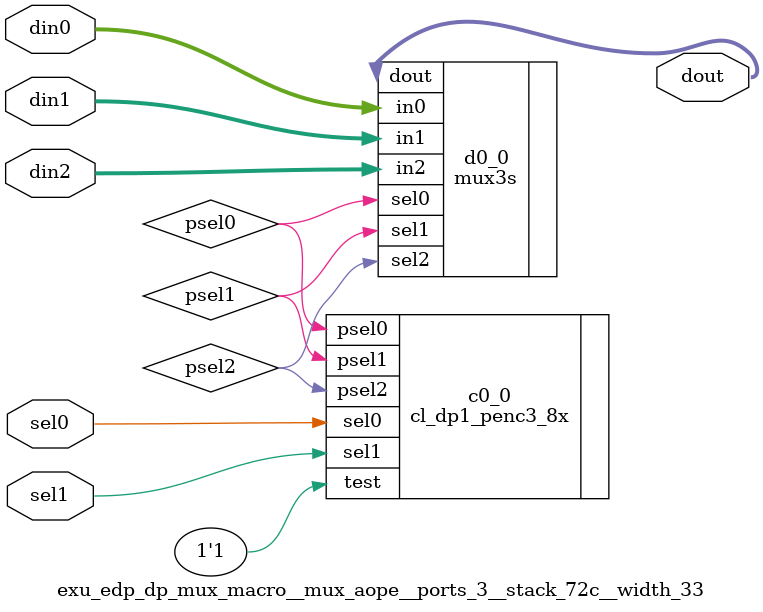
<source format=v>
module exu_edp_dp (
  l2clk, 
  scan_in, 
  tcu_pce_ov, 
  spc_aclk, 
  spc_bclk, 
  tcu_scan_en, 
  tcu_dectest, 
  tcu_muxtest, 
  in_rngl_cdbus, 
  tlu_pc_d, 
  dec_inst_d, 
  dec_thread_group, 
  dec_exu_clken, 
  fgu_exu_w_vld_fx5, 
  fgu_exu_result_fx5, 
  irf_rs1_data_d, 
  irf_rs2_data_d, 
  irf_rs3_data_d, 
  lsu_asi_clken, 
  lsu_exu_ld_data_b, 
  mbi_write_data_p1, 
  exu_y_data_e, 
  rml_rng_data_out, 
  rml_rng_rd_ctl, 
  rml_rng_ack_ctl, 
  rml_rng_ack_cwp_tid, 
  rml_rng_ack_ecc_tid, 
  rml_rng_ack_det_vld, 
  rml_rng_wt_imask_ctl, 
  rml_irf_ecc_data, 
  rml_rng_ack_sel_ctl, 
  rml_rng_y_data, 
  ect_rng_ccr_data, 
  ect_mbist_sel, 
  ecc_mbist_write_data_p4, 
  ect_rs1_early_sel_d, 
  ect_rs2_early_sel_d, 
  ect_rs3_early_sel_d, 
  ect_rs2_imm_sel_d, 
  ect_rs1_late_sel_d, 
  ect_rs2_late_sel_d, 
  ect_rs3_late_sel_d, 
  ect_logic_sel_d, 
  ect_shift_sel_d, 
  ect_br_taken_z0_e, 
  ect_br_taken_z1_e, 
  ect_alignaddress_little_e, 
  ect_as_clip_e_, 
  ect_as_cin_e, 
  ect_array_sel_e, 
  ect_edge_lmask_e, 
  ect_edge_lrmask_e, 
  ect_pstate_am_e, 
  ect_rm_early_sel_e, 
  ect_rm_late_sel_e, 
  ect_store_mux_sel_e, 
  ect_ex_emb_clken, 
  ect_tg_clken, 
  exu_rngl_cdbus, 
  exu_br_taken_e, 
  exu_br_taken_e1, 
  exu_address_e, 
  exu_gsr_data_m, 
  exu_store_data_e, 
  exu_ibp_m, 
  exu_trap_number_b, 
  exu_mbi_irf_fail_, 
  edp_rng_in_ff, 
  edp_br_flag_e, 
  exu_rs1_data_e, 
  edp_rcc_data_e, 
  exu_rs2_data_e, 
  edp_rs3_data_e, 
  edp_rcc_ecc_e, 
  edp_rs2_ecc_e, 
  edp_rs3_ecc_e, 
  edp_add_cout64_e, 
  edp_add_data_e_b63, 
  edp_add_zdetect_e_, 
  edp_sub_cout64_e, 
  edp_sub_data_e_b63, 
  edp_sub_data_e_b31, 
  edp_sub_zdetect_e_, 
  edp_logical_data_e_b63, 
  edp_logical_data_e_b31, 
  edp_lg_zdetect_e, 
  edp_address_m, 
  edp_rd_ff_m, 
  edp_rd_ff_w, 
  edp_rd_ff_w2, 
  scan_out);
wire stop;
wire test;
wire se;
wire pce_ov;
wire siclk;
wire soclk;
wire [63:0] rd_ff_m;
wire [63:0] rd_ff_b;
wire [63:0] rd_ff_w_plus1;
wire [63:0] rd_ff_w2_plus1;
wire [63:0] early_rs1_data;
wire i_bp_ff_rcc_scanin;
wire i_bp_ff_rcc_scanout;
wire [63:0] rd_data_e;
wire [71:0] rcc_data_e;
wire [4:0] rs1_psel;
wire i_bp_ff_rs1_scanin;
wire i_bp_ff_rs1_scanout;
wire [63:0] rs1_data_e;
wire br_flag_e0_;
wire br_taken_nand0;
wire br_taken_nand1;
wire inst_d_09_buf;
wire inst_d_10_buf;
wire inst_d_12_buf;
wire inst_d_18_buf;
wire inst_d_21_buf0;
wire inst_d_21_buf1;
wire inst_d_29_buf;
wire [63:0] imm_rs2_data;
wire [63:0] early_byp_rs2_data;
wire i_bp_ff_rs2_scanin;
wire i_bp_ff_rs2_scanout;
wire [71:0] rs2_data_e;
wire [63:0] early_rs3_data;
wire [4:0] rs3_psel;
wire i_bp_ff_rs3_scanin;
wire i_bp_ff_rs3_scanout;
wire [71:0] rs3_data_e;
wire [63:0] wrxx_xor;
wire [63:0] store_data_e;
wire [1:0] rs1_x_rs2_cmp_e;
wire [1:0] rs1_x_rs2_cmp_e_;
wire pstate_am_e_;
wire [1:0] edge_lr_nand3_;
wire edge_l_nand3_;
wire edge_l_nand2_;
wire edge_lr_sel_e;
wire edge_l_sel_e;
wire [1:0] cmp_mbi_irf_fail_;
wire rs3_data_e_b47_buf;
wire [63:0] logical_data_e;
wire [32:0] array_res_e;
wire [63:0] early_rd_data;
wire [2:2] tcu_muxtest_rep0;
wire [63:0] sub_data_e;
wire [63:0] add_data_e;
wire [2:0] add_clip;
wire [63:0] shifter_data_e;
wire i_rm_ff_m_scanin;
wire i_rm_ff_m_scanout;
wire [2:0] addsub_inc;
wire [2:0] addsub_data_m;
wire i_rm_ff_b_scanin;
wire i_rm_ff_b_scanout;
wire i_rm_ff_w_scanin;
wire i_rm_ff_w_scanout;
wire [63:0] rd_ff_w;
wire i_rm_ff_w_plus1_scanin;
wire i_rm_ff_w_plus1_scanout;
wire i_rm_ff_w2_scanin;
wire i_rm_ff_w2_scanout;
wire ibe_trap_d;
wire ibe_trap_e;
wire ibp_m;
wire [63:0] rd_ff_w2;
wire i_rm_ff_w2_plus1_scanin;
wire i_rm_ff_w2_plus1_scanout;
wire [3:0] logic_sel_e;
wire [3:0] logic_hsel_e;
wire [3:0] logic_lsel_e;
wire [63:0] rs1_data_e_;
wire [63:0] log_rs2_data_e_;
wire [63:0] logical_11_;
wire [63:0] logical_10_;
wire [63:0] logical_01_;
wire [63:0] logical_00_;
wire i_misc_ff_scanin;
wire i_misc_ff_scanout;
wire [6:0] shift_sel_e;
wire sh_sel_rshift;
wire sh_sel_lshift;
wire sh_sel_rax;
wire sh_sel_ra;
wire sh_sel_rshiftx;
wire sh_sel_llx;
wire [63:0] sh_rs1_buf;
wire sh_rs1_63_;
wire sh_rs1_31_;
wire sel_rshift00;
wire sel_lshift00;
wire sel_rshiftx00;
wire sel_ra00;
wire sel_rax00;
wire sh_rs1_00_63;
wire sh_rs1_00_31;
wire [70:0] mask_mux00;
wire sel_rshift08;
wire sel_lshift08;
wire sel_rshiftx08;
wire sel_ra08;
wire sel_rax08;
wire sh_rs1_08_63;
wire sh_rs1_08_31;
wire [70:0] mask_mux08;
wire sel_rshift16;
wire sel_lshift16;
wire sel_rshiftx16;
wire sel_ra16;
wire sel_rax16;
wire sh_rs1_16_63;
wire sh_rs1_16_31;
wire [70:0] mask_mux16;
wire sel_rshift24;
wire sel_lshift24;
wire sel_rshiftx24;
wire sel_ra24;
wire sel_rax24;
wire sh_rs1_24_63;
wire sh_rs1_24_31;
wire [70:0] mask_mux24;
wire sel_rshiftx32;
wire sel_rax32;
wire sel_llx32;
wire sh_rs1_32_63;
wire [70:0] mask_mux32;
wire sel_rshiftx40;
wire sel_rax40;
wire sel_llx40;
wire sh_rs1_40_63;
wire [70:0] mask_mux40;
wire sel_rshiftx48;
wire sel_rax48;
wire sel_llx48;
wire sh_rs1_48_63;
wire [70:0] mask_mux48;
wire sel_rshiftx56;
wire sel_rax56;
wire sel_llx56;
wire sh_rs1_56_63;
wire [70:0] mask_mux56;
wire rs2_5;
wire [70:0] sht_by8;
wire [70:0] sht_by8_buf;
wire [2:0] rs2_;
wire [2:0] rs2_mux;
wire [63:0] rs2_data_e_;
wire [2:0] addsub_xor;
wire [1:0] i_as_cla_inc_unused;
wire [63:0] cla_ea;
wire i_asi0_ff_scanin;
wire i_asi0_ff_scanout;
wire [64:0] rng_ack_data;
wire i_asi1_ff_scanin;
wire i_asi1_ff_scanout;
wire [38:0] asi_inst_mask_reg;
wire [64:0] rng_out_ff;
wire i_asi_imask_ff_scanin;
wire i_asi_imask_ff_scanout;
wire [6:0] inst_mask_sel_;
wire [6:0] inst_mask_sel;
wire [31:0] imask_cmp_data;
wire ibe_cmp8_d_;
wire ibe_cmp32_d;
wire ibe_cmp8_d;
wire [8:0] zint_e;
wire [10:0] yint_e;
wire [10:0] xint_e;
wire [13:0] array_upper_data0;
wire [13:0] array_upper_data1;
wire [13:0] array_upper_data2;
wire [13:0] array_upper_data3;
wire [13:0] array_upper_data4;
wire [13:0] array_upper_data5;
wire [13:0] array_upper_e;
wire [11:0] array_middle_e;
wire [4:0] array_lower_e;
wire [32:0] array08_data;
wire [32:0] array16_data;
wire [32:0] array32_data;


// *** Global Inputs ***

input		l2clk;
input 		scan_in;
input 		tcu_pce_ov;			// scan signals
input 		spc_aclk;
input 		spc_bclk;
input		tcu_scan_en;
input		tcu_dectest;			// Passgate mux test control
input		tcu_muxtest;			// Passgate mux test control

input  [64:0]	in_rngl_cdbus;			// ASI Ring

input  [47:2]	tlu_pc_d;
input  [31:0]	dec_inst_d;
input		dec_thread_group;		// Static Signal : Tie UP or DOWN where cloning occurs
input		dec_exu_clken;

input		fgu_exu_w_vld_fx5;
input  [63:0]	fgu_exu_result_fx5;		// FGU Integer results

input  [71:0]	irf_rs1_data_d;
input  [71:0]	irf_rs2_data_d;
input  [71:0]	irf_rs3_data_d;

input		lsu_asi_clken;
input  [63:0]	lsu_exu_ld_data_b;

input  [7:0]	mbi_write_data_p1;		// MBIST


// *** Local  Inputs ***

input  [31:0]	exu_y_data_e;

input  [5:0]	rml_rng_data_out;		// ASI Read data from RML
input  [4:0]	rml_rng_rd_ctl;			// ASI Read Select
input  [1:0]	rml_rng_ack_ctl;		// ASI Read Ack Select
input  [1:0]	rml_rng_ack_cwp_tid;		// ASI Write CWP tid
input  [1:0]	rml_rng_ack_ecc_tid;		// ASI Read ECC tid
input  		rml_rng_ack_det_vld;		// ASI Read Ack vld Select
input		rml_rng_wt_imask_ctl;		// Enable for ASI write to Instruction mask reg
input  [7:0]	rml_irf_ecc_data;               // Saved irf ECC data for indet. ASI access
input		rml_rng_ack_sel_ctl;            // Sel ack type onto ASI rng 
input [31:0]	rml_rng_y_data;
input [7:0]	ect_rng_ccr_data;

input		ect_mbist_sel;			// MBIST
input  [7:0]	ecc_mbist_write_data_p4;	// MBIST

input  [4:0]	ect_rs1_early_sel_d;
input  [4:0]	ect_rs2_early_sel_d;
input  [4:0]	ect_rs3_early_sel_d;
input  [7:0]	ect_rs2_imm_sel_d;
input  [3:0]	ect_rs1_late_sel_d;
input  [3:0]	ect_rs2_late_sel_d;
input  [3:0]	ect_rs3_late_sel_d;
input  [3:0]	ect_logic_sel_d;
input  [6:0]	ect_shift_sel_d;

input		ect_br_taken_z0_e;
input		ect_br_taken_z1_e;
input		ect_alignaddress_little_e;
input		ect_as_clip_e_;			// ALIGNADDRESS clipping of bit [2:0]
input		ect_as_cin_e;
input  [1:0]	ect_array_sel_e;
input  [7:0]	ect_edge_lmask_e;
input  [7:0]	ect_edge_lrmask_e;
input		ect_pstate_am_e;
input  [5:0]	ect_rm_early_sel_e;
input  [2:0]	ect_rm_late_sel_e;		//  [0] : AddSub;  [1] : Shift;  [2] : Logicals;  Def : Early Mux;
input		ect_store_mux_sel_e;

input		ect_ex_emb_clken;		// Power Management
input		ect_tg_clken;			// Power Management


// *** Global Outputs ***

output [64:0]	exu_rngl_cdbus;			// ASI Ring
// BUG: activation: branch taken bug
output		exu_br_taken_e;			// To IFU             : branch is taken
output		exu_br_taken_e1;		// To DEC_DEL and PKU : branch is taken
output [47:0]	exu_address_e;			// To IFU and LSU
output [31:0]	exu_gsr_data_m;			// To FGU
output [63:0]	exu_store_data_e;		// To LSU

output		exu_ibp_m;			// To TLU : Raw Intruction Breakpoint
output [7:0]	exu_trap_number_b;		// To TLU

output [1:0]	exu_mbi_irf_fail_;		// MBIST


// *** Local  Outputs ***

output [64:0]	edp_rng_in_ff;			// ASI Ring : In data flopped

output [1:0]	edp_br_flag_e;			// To IFU    [1] : RS1 negative;  [0] : RS1 zero;
output [63:0]	exu_rs1_data_e;
output [63:0]	edp_rcc_data_e;			// To ECC: rs1 equivalent for ECC checks
output [63:0]	exu_rs2_data_e;
output [63:0]	edp_rs3_data_e;
output [7:0]	edp_rcc_ecc_e;			// To ECC: rs1 equivalent for ECC checks
output [7:0]	edp_rs2_ecc_e;
output [7:0]	edp_rs3_ecc_e;

output		edp_add_cout64_e;
output		edp_add_data_e_b63;
output [1:0]	edp_add_zdetect_e_;

output		edp_sub_cout64_e;
output		edp_sub_data_e_b63;
output		edp_sub_data_e_b31;
output [1:0]	edp_sub_zdetect_e_;

output		edp_logical_data_e_b63;
output		edp_logical_data_e_b31;
output [1:0]	edp_lg_zdetect_e;

output [63:47]	edp_address_m;			// Used for address_error checking
output [63:47]	edp_rd_ff_m;

output [63:0]	edp_rd_ff_w;
output [63:0]	edp_rd_ff_w2;

output		scan_out;


// scan/test renames
assign stop		= 1'b0;
assign test		= tcu_dectest;
// end scan/test renames


exu_edp_dp_buff_macro__dbuff_32x__stack_none__width_4	scan_rep0		 (
  .din ({tcu_scan_en , tcu_pce_ov , spc_aclk , spc_bclk}	),
  .dout({se          , pce_ov     , siclk    , soclk}		));



//!*!*!*!*!*!*!*!*!*!*!*!*!*!*!*!*!*! Start : Bypass       !*!*!*!*!*!*!*!*!*!*!*!*!*!*!*!*!*!*!



// *** RS1 ***
// BUG: effect: data forwarding bug
exu_edp_dp_mux_macro__mux_aope__ports_6__stack_72c__width_64	i_bp_mux_rs1_early	 (
  .din0 ( rd_ff_m[63:0]		 						),	// M  Stage
  .din1 ( rd_ff_b[63:0]			 					),	// B  Stage
  .din2 ( edp_rd_ff_w[63:0]						 	),	// W  Stage
  .din3 ( edp_rd_ff_w2[63:0]		 					),	// W2 Stage
  .din4 (     rd_ff_w_plus1[63:0]						),	// W_plus1  Stage
  .din5 (     rd_ff_w2_plus1[63:0]		 				),	// W2_plus2 Stage
  .sel0 ( ect_rs1_early_sel_d[0]	 					),
  .sel1 ( ect_rs1_early_sel_d[1]	 					),
  .sel2 ( ect_rs1_early_sel_d[2]	 					),
  .sel3 ( ect_rs1_early_sel_d[3]	 					),
  .sel4 ( ect_rs1_early_sel_d[4]	 					),
  .dout ( early_rs1_data[63:0]		 					));


exu_edp_dp_msff_macro__mux_aope__ports_4__stack_72c__width_72	i_bp_ff_rcc		 (
  .scan_in(i_bp_ff_rcc_scanin),
  .scan_out(i_bp_ff_rcc_scanout),
  .clk  ( l2clk									),
  .en   ( dec_exu_clken								),
  .din0 ({{8{1'b0}},rd_data_e[63:0]}						),	// Execute Stage
  .din1 ({{8{1'b0}},lsu_exu_ld_data_b[63:0]}					),	// Load Data
  .din2 ({{8{1'b0}},early_rs1_data[63:0]}					),	// Early Mux
  .din3 ( irf_rs1_data_d[71:0]							),
  .sel0 ( ect_rs1_late_sel_d[1]							),
  .sel1 ( ect_rs1_late_sel_d[2]							),
  .sel2 ( ect_rs1_late_sel_d[3]							),
  .dout ( rcc_data_e[71:0]							),
  .se(se),
  .siclk(siclk),
  .soclk(soclk),
  .pce_ov(pce_ov),
  .stop(stop));



cl_dp1_penc5_64x	i_bp_ff_rs1_penc (
  .sel0 ( ect_rs1_late_sel_d[0]							),
  .sel1 ( ect_rs1_late_sel_d[1]							),
  .sel2 ( ect_rs1_late_sel_d[2]							),
  .sel3 ( ect_rs1_late_sel_d[3]							),
  .psel0( rs1_psel[0]								),
  .psel1( rs1_psel[1]								),
  .psel2( rs1_psel[2]								),
  .psel3( rs1_psel[3]								),
  .psel4( rs1_psel[4]								),
  .test(test));

// BUG: activation: forwarding bug rs1_psel[1,2,3]
// BUG: effect: error decoding operand rs1_psel / rs1_data_e
exu_edp_dp_msff_macro__buffsel_none__mux_aonpe__ports_5__stack_72c__width_64	i_bp_ff_rs1		 (
  .scan_in(i_bp_ff_rs1_scanin),
  .scan_out(i_bp_ff_rs1_scanout),
  .clk  ( l2clk									),
  .en   ( dec_exu_clken								),
  .din0 (            rd_data_e[63:0]						),	// Execute Stage
  .din1 (            lsu_exu_ld_data_b[63:0]					),	// Load Data
  .din2 (            early_rs1_data[63:0] 					),	// Early Mux
  .din3 (            irf_rs1_data_d[63:0]					),	// IRF
  .din4 (            {{16{1'b0}}, tlu_pc_d[47:2], 2'b00}			),	// PC
  .sel0 ( rs1_psel[1]								),
  .sel1 ( rs1_psel[2]								),
  .sel2 ( rs1_psel[3]								),
  .sel3 ( rs1_psel[4]								),
  .sel4 ( rs1_psel[0]								),
  .dout ( rs1_data_e[63:0]							),
  .se(se),
  .siclk(siclk),
  .soclk(soclk),
  .pce_ov(pce_ov),
  .stop(stop));



exu_edp_dp_buff_macro__dbuff_24x__stack_72c__width_64	i_bp_buf_rs1		 (
  .din  ( rs1_data_e[63:0]							),
  .dout ( exu_rs1_data_e[63:0]							));

exu_edp_dp_buff_macro__dbuff_24x__stack_72c__width_72	i_bp_buf_rcc		 (
  .din  ({rcc_data_e[71:64]  , rcc_data_e[63:0]}				),
  .dout ({edp_rcc_ecc_e[7:0] , edp_rcc_data_e[63:0]}				));


exu_edp_dp_zero_macro__width_64	i_bp_cmp_rcc		 (
  .din ( rcc_data_e[63:0]							),
  .dout( edp_br_flag_e[0]							));


exu_edp_dp_inv_macro__dinv_12x__stack_72c__width_1	i_br_taken_inv		 (
  .din ( edp_br_flag_e[0]							),
  .dout(     br_flag_e0_							));

//mux_macro	i_br_taken_mux		(width=1,ports=2,mux=aonpe,buffsel=none,left=1,stack=72c) (
//  .din0( ect_br_taken_z0_e							),
//  .din1( ect_br_taken_z1_e							),
//  .sel0(     br_flag_e0_							),
//  .sel1( edp_br_flag_e[0]							),
//  .dout( br_taken_mux_e							));

exu_edp_dp_nand_macro__dnand_16x__left_1__ports_2__stack_72c__width_1	i_br_taken_nand0	 (
  .din0 ( br_flag_e0_								),
  .din1 ( ect_br_taken_z0_e							),
  .dout ( br_taken_nand0							));

exu_edp_dp_nand_macro__ports_2__stack_72c__width_1	i_br_taken_nand1	 (
  .din0 ( edp_br_flag_e[0]							),
  .din1 ( ect_br_taken_z1_e							),
  .dout ( br_taken_nand1							));

exu_edp_dp_nand_macro__dnand_32x__left_1__ports_2__stack_72c__width_2	i_br_taken_nand23	 (
  .din0 ({ br_taken_nand0 , br_taken_nand0} 					),
  .din1 ({ br_taken_nand1 , br_taken_nand1} 					),
  .dout ({ exu_br_taken_e , exu_br_taken_e1}					));


exu_edp_dp_buff_macro__stack_72c__width_1	i_bp_buf_flag		 (
  .din  ( rcc_data_e[63]							),
  .dout ( edp_br_flag_e[1]							));




// *** RS2 ***
// BUG: effect: data forwarding bug
exu_edp_dp_buff_macro__stack_72c__width_7	i_bp_imm_buf		 (
  .din ({ dec_inst_d[9] , dec_inst_d[10] , dec_inst_d[12] , 
          dec_inst_d[18] , dec_inst_d[21] , dec_inst_d[21] , dec_inst_d[29]}	),
  .dout({ inst_d_09_buf  , inst_d_10_buf  , inst_d_12_buf  , 
          inst_d_18_buf  , inst_d_21_buf0 , inst_d_21_buf1 , inst_d_29_buf}	));


exu_edp_dp_mux_macro__mux_aonpe__ports_8__stack_72c__width_64	i_bp_mux_rs2_imm	 (
  .din0 ({{46{inst_d_21_buf0}}, dec_inst_d[21:20],dec_inst_d[13:0] ,2'b00	}),	// BPr  = 4 * sign_ext{d16hi,d16lo} = 4 * sign_ext{inst[21:20],inst[13:0]}
  .din1 ({{40{inst_d_21_buf1}}, dec_inst_d[21:0] ,                  2'b00	}),	// Bicc = 4 * sign_ext{disp22}      = 4 * sign_ext{inst[21:0]}
  .din2 ({{43{inst_d_18_buf }}, dec_inst_d[18:0] ,                  2'b00	}),	// BPcc = 4 * sign_ext{disp19}      = 4 * sign_ext{inst[18:0]}
  .din3 ({{32{inst_d_29_buf }}, dec_inst_d[29:0] ,                  2'b00	}),	// Call = 4 * sign_ext{disp30}      = 4 * sign_ext{inst[29:0]}
  .din4 ({{32{1'b0}}          , dec_inst_d[21:0] ,                  {10{1'b0}}	}),	// IMM22
  .din5 ({{53{inst_d_10_buf }}, dec_inst_d[10:0]				}),	// SIMM11
  .din6 ({{54{inst_d_09_buf }}, dec_inst_d[9:0]				}),	// SIMM10
  .din7 ({{51{inst_d_12_buf }}, dec_inst_d[12:0]				}),	// SIMM13
  .sel0 ( ect_rs2_imm_sel_d[0]	 						 ),
  .sel1 ( ect_rs2_imm_sel_d[1]	 						 ),
  .sel2 ( ect_rs2_imm_sel_d[2]	 						 ),
  .sel3 ( ect_rs2_imm_sel_d[3]	 						 ),
  .sel4 ( ect_rs2_imm_sel_d[4]	 						 ),
  .sel5 ( ect_rs2_imm_sel_d[5]	 						 ),
  .sel6 ( ect_rs2_imm_sel_d[6]	 						 ),
  .sel7 ( ect_rs2_imm_sel_d[7]	 						 ),
  .dout ( imm_rs2_data[63:0]		 					 ));


exu_edp_dp_mux_macro__mux_aope__ports_6__stack_72c__width_64	i_bp_mux_rs2_early_byp	 (
  .din0 ( rd_ff_m[63:0]								),	// M  Stage
  .din1 ( rd_ff_b[63:0]			 					),	// B  Stage
  .din2 ( edp_rd_ff_w[63:0]			 				),	// W  Stage
  .din3 ( edp_rd_ff_w2[63:0]		 					),	// W2 Stage
  .din4 (     rd_ff_w_plus1[63:0]						),	// W_plus1  Stage
  .din5 (     rd_ff_w2_plus1[63:0]		 				),	// W2_plus1 Stage
  .sel0 ( ect_rs2_early_sel_d[0]	 					),
  .sel1 ( ect_rs2_early_sel_d[1]	 					),
  .sel2 ( ect_rs2_early_sel_d[2]	 					),
  .sel3 ( ect_rs2_early_sel_d[3]	 					),
  .sel4 ( ect_rs2_early_sel_d[4]	 					),
  .dout ( early_byp_rs2_data[63:0]		 				));

// BUG: activation: forwarding
// BUG: effect: decoding operand ect_rs2_late_sel_d[0,1,2] / rs2_data_e
exu_edp_dp_msff_macro__mux_aope__ports_5__stack_72c__width_72	i_bp_ff_rs2		 (
  .scan_in(i_bp_ff_rs2_scanin),
  .scan_out(i_bp_ff_rs2_scanout),
  .clk  ( l2clk									),
  .en   ( dec_exu_clken								),
  .din0 ({{8{1'b0}} ,imm_rs2_data[63:0]}					),	// Immediate Data
  .din1 ({{8{1'b0}} ,rd_data_e[63:0]}						),	// Execute Stage
  .din2 ({{8{1'b0}} ,lsu_exu_ld_data_b[63:0]}					),	// Load Data
  .din3 ({{8{1'b0}} ,early_byp_rs2_data[63:0]}					),	// Early Mux
  .din4 ( irf_rs2_data_d[71:0]							),
  .sel0 ( ect_rs2_late_sel_d[0]							),
  .sel1 ( ect_rs2_late_sel_d[1]							),
  .sel2 ( ect_rs2_late_sel_d[2]							),
  .sel3 ( ect_rs2_late_sel_d[3]							),
  .dout ( rs2_data_e[71:0]							),
  .se(se),
  .siclk(siclk),
  .soclk(soclk),
  .pce_ov(pce_ov),
  .stop(stop));


exu_edp_dp_buff_macro__dbuff_24x__stack_72c__width_72	i_bp_buf_rs2		 (
  .din ( rs2_data_e[71:0]							),
  .dout({edp_rs2_ecc_e[7:0] , exu_rs2_data_e[63:0]}				));



// *** RS3 ***
// BUG: effect: data forwarding bug
exu_edp_dp_mux_macro__mux_aope__ports_6__stack_72c__width_64	i_bp_mux_rs3_early	 (
  .din0 ( rd_ff_m[63:0]		 						),	// M  Stage
  .din1 ( rd_ff_b[63:0]						 		),	// B  Stage
  .din2 ( edp_rd_ff_w[63:0]						 	),	// W  Stage
  .din3 ( edp_rd_ff_w2[63:0]					 		),	// W2 Stage
  .din4 (     rd_ff_w_plus1[63:0]						),	// W_plus1  Stage
  .din5 (     rd_ff_w2_plus1[63:0]		 				),	// W2_plus1 Stage
  .sel0 ( ect_rs3_early_sel_d[0]				 		),
  .sel1 ( ect_rs3_early_sel_d[1]				 		),
  .sel2 ( ect_rs3_early_sel_d[2]				 		),
  .sel3 ( ect_rs3_early_sel_d[3]	 					),
  .sel4 ( ect_rs3_early_sel_d[4]	 					),
  .dout ( early_rs3_data[63:0]					 		));



cl_dp1_penc5_64x	i_bp_ff_rs3_penc (
  .sel0 ( ect_rs3_late_sel_d[0]							),
  .sel1 ( ect_rs3_late_sel_d[1]							),
  .sel2 ( ect_rs3_late_sel_d[2]							),
  .sel3 ( ect_rs3_late_sel_d[3]							),
  .psel0( rs3_psel[0]								),
  .psel1( rs3_psel[1]								),
  .psel2( rs3_psel[2]								),
  .psel3( rs3_psel[3]								),
  .psel4( rs3_psel[4]								),
  .test(test));

// BUG: activation: rs3_psel[1,2,3]
// BUG: effect: rs3_psel / rs3_data_e
exu_edp_dp_msff_macro__buffsel_none__mux_aonpe__ports_5__stack_72c__width_72	i_bp_ff_rs3		 (
  .scan_in(i_bp_ff_rs3_scanin),
  .scan_out(i_bp_ff_rs3_scanout),
  .clk  ( l2clk									),
  .en   ( dec_exu_clken								),
  .din0 ({{8{1'b0}},rd_data_e[63:0]}						),	// Execute Stage
  .din1 ({{8{1'b0}},lsu_exu_ld_data_b[63:0]}					),	// Load Data
  .din2 ({{8{1'b0}},early_rs3_data[63:0]}					),	// Early Mux
  .din3 ( irf_rs3_data_d[71:0]							),	// IRF
  .din4 ({{8{1'b0}},{16{1'b0}}, tlu_pc_d[47:2], 2'b00}				),	// PC : CALL & JUMP
  .sel0 ( rs3_psel[1]								),
  .sel1 ( rs3_psel[2]								),
  .sel2 ( rs3_psel[3]								),
  .sel3 ( rs3_psel[4]								),
  .sel4 ( rs3_psel[0]								),
  .dout ( rs3_data_e[71:0]							),
  .se(se),
  .siclk(siclk),
  .soclk(soclk),
  .pce_ov(pce_ov),
  .stop(stop));



exu_edp_dp_buff_macro__dbuff_24x__stack_72c__width_72	i_bp_buf_rs3		 (
  .din ( rs3_data_e[71:0]							),
  .dout({edp_rs3_ecc_e[7:0] , edp_rs3_data_e[63:0]}				));


exu_edp_dp_xor_macro__ports_2__stack_72c__width_64	i_bp_xor_wrxx		 (
  .din0( exu_rs1_data_e[63:0]							),
  .din1( exu_rs2_data_e[63:0]							),
  .dout( wrxx_xor[63:0]								));

exu_edp_dp_mux_macro__mux_aope__ports_2__stack_72c__width_64	i_bp_mux_store		 (
  .din0( wrxx_xor[63:0]								),	// Write Privileded (239) and Write State (241)
  .din1( edp_rs3_data_e[63:0]							),
  .sel0( ect_store_mux_sel_e							),
  .dout( store_data_e[63:0]							));

exu_edp_dp_buff_macro__stack_72c__width_64	i_bp_buf_store		 (
  .din ( store_data_e[63:0]							),
  .dout( exu_store_data_e[63:0]							));


exu_edp_dp_cmp_macro__width_32	i_bp_cmp1		 (
  .din0( rs1_data_e[63:32]							),
  .din1( rs2_data_e[63:32]							),
  .dout( rs1_x_rs2_cmp_e[1]							));

exu_edp_dp_cmp_macro__width_32	i_bp_cmp0		 (
  .din0({rs1_data_e[31:3] , 3'b000}						),
  .din1({rs2_data_e[31:3] , 3'b000}						),
  .dout( rs1_x_rs2_cmp_e[0]							));


exu_edp_dp_inv_macro__stack_72c__width_3	i_mask_inv		 (
  .din ({rs1_x_rs2_cmp_e[1:0]  , ect_pstate_am_e}				),
  .dout({rs1_x_rs2_cmp_e_[1:0] ,     pstate_am_e_}				));

exu_edp_dp_nand_macro__ports_3__stack_72c__width_3	i_mask_nand3		 (
  .din0({rs1_x_rs2_cmp_e[1]    , ect_pstate_am_e       ,     pstate_am_e_    }	),
  .din1({rs1_x_rs2_cmp_e[0]    , rs1_x_rs2_cmp_e[0]    , rs1_x_rs2_cmp_e_[1] }	),
  .din2({ect_rm_early_sel_e[5] , ect_rm_early_sel_e[5] , ect_rm_early_sel_e[5]}	),
  .dout({edge_lr_nand3_[1]     , edge_lr_nand3_[0]     , edge_l_nand3_       }	));

exu_edp_dp_nand_macro__ports_2__stack_72c__width_3	i_mask_nand2		 (
  .din0({edge_lr_nand3_[1]     , rs1_x_rs2_cmp_e_[0]   , edge_l_nand3_       }	),
  .din1({edge_lr_nand3_[0]     , ect_rm_early_sel_e[5] , edge_l_nand2_       }	),
  .dout({edge_lr_sel_e         , edge_l_nand2_         , edge_l_sel_e        }	));



exu_edp_dp_cmp_macro__width_64	i_mbist_cmp0		 (
  .din0 ({8{ecc_mbist_write_data_p4[7:0]}}					),
  .din1 ( edp_rs3_data_e[63:0]							),
  .dout ( cmp_mbi_irf_fail_[0]							));


exu_edp_dp_cmp_macro__width_8	i_mbist_cmp1		 (
  .din0 ( ecc_mbist_write_data_p4[7:0]						),
  .din1 ( edp_rs3_ecc_e[7:0]							),
  .dout ( cmp_mbi_irf_fail_[1]							));


exu_edp_dp_buff_macro__dbuff_32x__stack_72c__width_2	i_mbist_buf		 (
  .din  ( cmp_mbi_irf_fail_[1:0]						),
  .dout ( exu_mbi_irf_fail_[1:0]						));


//!*!*!*!*!*!*!*!*!*!*!*!*!*!*!*!*!*! End   : Bypass       !*!*!*!*!*!*!*!*!*!*!*!*!*!*!*!*!*!*!



 
//!*!*!*!*!*!*!*!*!*!*!*!*!*!*!*!*!*! Start : Result Mux/FF *!*!*!*!*!*!*!*!*!*!*!*!*!*!*!*!*!*!

exu_edp_dp_buff_macro__dbuff_32x__stack_72c__width_1	i_rm_mux_buf		 (
  .din  ( edp_rs3_data_e[47]					),
  .dout ( rs3_data_e_b47_buf					));

exu_edp_dp_mux_macro__mux_aonpe__ports_7__stack_72c__width_64	i_rm_mux_early		 (
  .din0 ( logical_data_e[63:0]			 		),	// Logical
  .din1 ({{31{1'b0}},array_res_e[32:0]}				),
  .din2 ({exu_rs1_data_e[0],exu_y_data_e[31:1],{32{1'b0}}}	),	// MULScc
  .din3 ({{17{rs3_data_e_b47_buf}} , edp_rs3_data_e[46:0]}	),	// CALL & JUMP - w/ pstate_am=0 + pc extension
  .din4 ({{32{1'b0}}               , edp_rs3_data_e[31:0]}	),	// CALL & JUMP - w/ pstate_am=1
  .din5 ({{56{1'b0}},ect_edge_lrmask_e[7:0]}			),
  .din6 ({{56{1'b0}},ect_edge_lmask_e[7:0]}			),
  .sel0 ( ect_rm_early_sel_e[0]		 			),
  .sel1 ( ect_rm_early_sel_e[1]		 			),
  .sel2 ( ect_rm_early_sel_e[2]		 			),
  .sel3 ( ect_rm_early_sel_e[3]					),
  .sel4 ( ect_rm_early_sel_e[4]					),
  .sel5 ( edge_lr_sel_e						),
  .sel6 ( edge_l_sel_e						),
  .dout ( early_rd_data[63:0]		 			));


exu_edp_dp_mux_macro__mux_pgpe__ports_4__stack_72c__width_64	i_rm_mux_late		 (
  .muxtst (tcu_muxtest_rep0				),
  .din0 ( sub_data_e[63:0]				),	// Sub
  .din1 ({add_data_e[63:3],add_clip[2:0]}		),	// Add
  .din2 ( shifter_data_e[63:0]		 		),	// Shift
  .din3 ( early_rd_data[63:0]		 		),	// Early Mux
  .sel0 ( ect_rm_late_sel_e[0]		 		),
  .sel1 ( ect_rm_late_sel_e[1]		 		),
  .sel2 ( ect_rm_late_sel_e[2]		 		),
  .dout ( rd_data_e[63:0]				),
  .test(test));


exu_edp_dp_msff_macro__stack_72c__width_67	i_rm_ff_m		 (
  .scan_in(i_rm_ff_m_scanin),
  .scan_out(i_rm_ff_m_scanout),
  .clk ( l2clk						),
  .en  ( ect_ex_emb_clken				),
  .din ({addsub_inc[2:0]    , rd_data_e[63:0]}		),
  .dout({addsub_data_m[2:0] , rd_ff_m[63:0]}		),
  .se(se),
  .siclk(siclk),
  .soclk(soclk),
  .pce_ov(pce_ov),
  .stop(stop));

  assign exu_gsr_data_m[31:0]	= {rd_ff_m[31:3],addsub_data_m[2:0]};
  assign edp_rd_ff_m[63:47]	= rd_ff_m[63:47];


exu_edp_dp_msff_macro__minbuff_1__stack_72c__width_64	i_rm_ff_b		 (
  .scan_in(i_rm_ff_b_scanin),
  .scan_out(i_rm_ff_b_scanout),
  .clk ( l2clk						),
  .en  ( ect_ex_emb_clken				),
  .din ( rd_ff_m[63:0]					),
  .dout( rd_ff_b[63:0]					),
  .se(se),
  .siclk(siclk),
  .soclk(soclk),
  .pce_ov(pce_ov),
  .stop(stop));

  assign exu_trap_number_b[7:0]	= rd_ff_b[7:0];


exu_edp_dp_msff_macro__mux_aope__ports_3__stack_72c__width_64	i_rm_ff_w		 (
  .scan_in(i_rm_ff_w_scanin),
  .scan_out(i_rm_ff_w_scanout),
  .clk ( l2clk						),
  .en  ( ect_tg_clken					),
  .din0({8{mbi_write_data_p1[7:0]}	}		),	// MBIST
  .din1( fgu_exu_result_fx5[63:0]			),	// Float point integer result
  .din2( rd_ff_b[63:0]					),	// Normal EXU data
  .sel0( ect_mbist_sel					),
  .sel1( fgu_exu_w_vld_fx5				),
  .dout(     rd_ff_w[63:0]				),
  .se(se),
  .siclk(siclk),
  .soclk(soclk),
  .pce_ov(pce_ov),
  .stop(stop));

exu_edp_dp_buff_macro__dbuff_24x__stack_72c__width_64	i_rm_buf_w		 (
  .din (     rd_ff_w[63:0]				),
  .dout( edp_rd_ff_w[63:0]				));


exu_edp_dp_msff_macro__minbuff_1__stack_72c__width_64	i_rm_ff_w_plus1		 (
  .scan_in(i_rm_ff_w_plus1_scanin),
  .scan_out(i_rm_ff_w_plus1_scanout),
  .clk ( l2clk						),
  .en  ( ect_tg_clken					),
  .din ( edp_rd_ff_w[63:0]				),
  .dout( rd_ff_w_plus1[63:0]				),
  .se(se),
  .siclk(siclk),
  .soclk(soclk),
  .pce_ov(pce_ov),
  .stop(stop));


exu_edp_dp_msff_macro__stack_72c__width_66	i_rm_ff_w2		 (
  .scan_in(i_rm_ff_w2_scanin),
  .scan_out(i_rm_ff_w2_scanout),
  .clk ( l2clk							),
  .en  ( ect_tg_clken						),
  .din ({ibe_trap_d , ibe_trap_e , lsu_exu_ld_data_b[63:0]}	),	// Load Data
  .dout({ibe_trap_e , ibp_m      ,    rd_ff_w2[63:0]}		),
  .se(se),
  .siclk(siclk),
  .soclk(soclk),
  .pce_ov(pce_ov),
  .stop(stop));

exu_edp_dp_buff_macro__dbuff_24x__stack_72c__width_65	i_rm_buf_w2		 (
  .din ({ibp_m     ,    rd_ff_w2[63:0]}				),
  .dout({exu_ibp_m , edp_rd_ff_w2[63:0]}			));


exu_edp_dp_msff_macro__minbuff_1__stack_72c__width_64	i_rm_ff_w2_plus1		 (
  .scan_in(i_rm_ff_w2_plus1_scanin),
  .scan_out(i_rm_ff_w2_plus1_scanout),
  .clk ( l2clk						),
  .en  ( ect_tg_clken					),
  .din ( edp_rd_ff_w2[63:0]				),	// Load Data Delayed
  .dout(     rd_ff_w2_plus1[63:0]			),
  .se(se),
  .siclk(siclk),
  .soclk(soclk),
  .pce_ov(pce_ov),
  .stop(stop));


//!*!*!*!*!*!*!*!*!*!*!*!*!*!*!*!*!*! End   : Result Mux/FF *!*!*!*!*!*!*!*!*!*!*!*!*!*!*!*!*!*!



 
//!*!*!*!*!*!*!*!*!*!*!*!*!*!*!*!*!*! Start : Logicals     !*!*!*!*!*!*!*!*!*!*!*!*!*!*!*!*!*!*!


exu_edp_dp_buff_macro__stack_72c__width_8	i_lg_buf_sel		 (
  .din ({2{logic_sel_e[3:0]}			       }),
  .dout({logic_hsel_e[3:0],logic_lsel_e[3:0]	       }));


exu_edp_dp_inv_macro__stack_72c__width_64	i_lg_inv_rs1		 (
  .din ( exu_rs1_data_e[63:0]				),
  .dout( rs1_data_e_[63:0]				));

exu_edp_dp_inv_macro__stack_72c__width_64	i_lg_inv_rs2		 (
  .din ( exu_rs2_data_e[63:0]				),
  .dout( log_rs2_data_e_[63:0]				));


exu_edp_dp_nand_macro__ports_3__stack_72c__width_64	i_lg_nand1_11		 (
  .din0( exu_rs1_data_e[63:0]				),
  .din1( exu_rs2_data_e[63:0]				),
  .din2({{32{logic_hsel_e[3]}}, {32{logic_lsel_e[3]}}  }),
  .dout( logical_11_[63:0]				));

exu_edp_dp_nand_macro__ports_3__stack_72c__width_64	i_lg_nand1_10		 (
  .din0( exu_rs1_data_e[63:0]				),
  .din1( log_rs2_data_e_[63:0]				),
  .din2({{32{logic_hsel_e[2]}}, {32{logic_lsel_e[2]}}  }),
  .dout( logical_10_[63:0]				));

exu_edp_dp_nand_macro__ports_3__stack_72c__width_64	i_lg_nand1_01		 (
  .din0( rs1_data_e_[63:0]				),
  .din1( exu_rs2_data_e[63:0]				),
  .din2({{32{logic_hsel_e[1]}}, {32{logic_lsel_e[1]}}  }),
  .dout( logical_01_[63:0]				));

exu_edp_dp_nand_macro__ports_3__stack_72c__width_64	i_lg_nand1_00		 (
  .din0( rs1_data_e_[63:0]				),
  .din1( log_rs2_data_e_[63:0]				),
  .din2({{32{logic_hsel_e[0]}}, {32{logic_lsel_e[0]}}  }),
  .dout( logical_00_[63:0]				));


exu_edp_dp_nand_macro__ports_4__stack_72c__width_64	i_lg_nand2		 (
  .din0( logical_00_[63:0]				),
  .din1( logical_01_[63:0]				),
  .din2( logical_10_[63:0]				),
  .din3( logical_11_[63:0]				),
  .dout( logical_data_e[63:0]				));


exu_edp_dp_buff_macro__stack_72c__width_2	i_lg_buf_data		 (
  .din ({logical_data_e[63],logical_data_e[31]}		),
  .dout({edp_logical_data_e_b63,edp_logical_data_e_b31}	));


exu_edp_dp_zero_macro__width_32	i_lg_cmp_upper		 (
  .din ( logical_data_e[63:32]				),
  .dout( edp_lg_zdetect_e[1]				));

exu_edp_dp_zero_macro__width_32	i_lg_cmp_lower		 (
  .din ( logical_data_e[31:0]				),
  .dout( edp_lg_zdetect_e[0]				));


//!*!*!*!*!*!*!*!*!*!*!*!*!*!*!*!*!*! End   : Logicals     !*!*!*!*!*!*!*!*!*!*!*!*!*!*!*!*!*!*!



 
//!*!*!*!*!*!*!*!*!*!*!*!*!*!*!*!*!*! Start : Shift        !*!*!*!*!*!*!*!*!*!*!*!*!*!*!*!*!*!*!


//
//  Operation    sel_rshift   sel_lshift   sel_rax   sel_ra   sel_rshiftx   sel_llx   sel_32shift
//  -----------|------------|------------|---------|--------|-------------|---------|------------
//     SLL     |     0      |     1      |    0    |   0    |    0        |    0    |     1
//     SLX     |     0      |     1      |    0    |   0    |    0        |    1    |     0
//     SRAX?   |     1      |     0      |    1    |   0    |    1        |    0    |     0
//     SRA     |     1      |     0      |    0    |   1    |    0        |    0    |     1
//     SRLX?   |     1      |     0      |    0    |   0    |    1        |    0    |     0
//     SRL     |     1      |     0      |    0    |   0    |    0        |    0    |     1
//      -      |     1      |     1      |    x    |   x    |    x        |    x    |     x
//      0 **   |     0      |     0      |    x    |   x    |    x        |    x    |     x
//
// ** This will only hold for a dynamic implementation

exu_edp_dp_msff_macro__left_32__stack_72c__width_28	i_misc_ff		 (
  .scan_in(i_misc_ff_scanin),
  .scan_out(i_misc_ff_scanout),
  .clk  ( l2clk									),
  .en   ( ect_tg_clken								),
  .din  ({add_data_e[63:47]    , ect_shift_sel_d[6:0] , ect_logic_sel_d[3:0]}	),
  .dout ({edp_address_m[63:47] ,     shift_sel_e[6:0] ,     logic_sel_e[3:0]}	),
  .se(se),
  .siclk(siclk),
  .soclk(soclk),
  .pce_ov(pce_ov),
  .stop(stop));


	assign sh_sel_rshift	= shift_sel_e[5];
	assign sh_sel_lshift	= shift_sel_e[4];
	assign sh_sel_rax	= shift_sel_e[3];
	assign sh_sel_ra	= shift_sel_e[2];
	assign sh_sel_rshiftx	= shift_sel_e[1];
	assign sh_sel_llx	= shift_sel_e[0];


exu_edp_dp_buff_macro__stack_72c__width_64	i_sh_buf_rs1		 (
  .din ( rs1_data_e[63:0]			),
  .dout( sh_rs1_buf[63:0]		 	));

exu_edp_dp_inv_macro__stack_72c__width_2	i_sh_inv_rs1		 (
  .din ({rs1_data_e[63] , rs1_data_e[31]}	),
  .dout({sh_rs1_63_     , sh_rs1_31_	      	}));


 
// *** MASK MUX ***


// The MASK MUXes are built using AO muxes with the highest number of ports being 3:1


// assign rs1z7[7:0] = {rs1[00],{7{1'b0}}};
//
//                                                     70:64         63:56         55:48         47:40         39:32     
// assign mask_mux00[70:32] = ({39{sel_rshift }} & {  {7{1'b0}}  ,  {8{1'b0}}  ,  {8{1'b0}}  ,  {8{1'b0}}  ,  {8{1'b0}}   }) |
//                            ({39{sel_lshift }} & {  rs1[63:57] ,  rs1[56:49] ,  rs1[48:41] ,  rs1[40:33] ,  rs1[32:25]  }) |
//                            ({39{sel_rshiftx}} & {  {7{1'b0}}  ,  rs1[63:56] ,  rs1[55:48] ,  rs1[47:40] ,  rs1[39:32]  }) |
//                            ({39{sel_ra     }} & { {7{rs1[31]}}, {8{rs1[31]}}, {8{rs1[31]}}, {8{rs1[31]}}, {8{rs1[31]}} }) |
//                            ({39{sel_rax    }} & { {7{rs1[63]}},  {8{1'b0}}  ,  {8{1'b0}}  ,  {8{1'b0}}  ,  {8{1'b0}}   }) |
//                            ({39{sel_llx    }} & {  {7{1'b0}}  ,  {8{1'b0}}  ,  {8{1'b0}}  ,  {8{1'b0}}  ,  {8{1'b0}}   });

//                                                     31:24         23:16         15:08         07:00
// assign mask_mux00[31:00] = ({32{sel_rshift }} & {  rs1[31:24] ,  rs1[23:16] ,  rs1[15:08] ,  rs1[07:00] }) |
//                            ({32{sel_lshift }} & {  rs1[24:17] ,  rs1[16:09] ,  rs1[08:01] ,  rs1z7[7:0] }) |
//                            ({32{sel_rshiftx}} & {  {8{1'b0}}  ,  {8{1'b0}}  ,  {8{1'b0}}  ,  {8{1'b0}}  }) |
//                            ({32{sel_ra     }} & {  {8{1'b0}}  ,  {8{1'b0}}  ,  {8{1'b0}}  ,  {8{1'b0}}  }) |
//                            ({32{sel_rax    }} & {  {8{1'b0}}  ,  {8{1'b0}}  ,  {8{1'b0}}  ,  {8{1'b0}}  }) |
//                            ({32{sel_llx    }} & {  {8{1'b0}}  ,  {8{1'b0}}  ,  {8{1'b0}}  ,  {8{1'b0}}  });


exu_edp_dp_buff_macro__width_5	i_sh_buf00		 (
  .din ({sh_sel_rshift,
         sh_sel_lshift,
         sh_sel_rshiftx,
         sh_sel_ra,
         sh_sel_rax			}),
  .dout({sel_rshift00,
         sel_lshift00,
         sel_rshiftx00,
         sel_ra00,
         sel_rax00			}));

exu_edp_dp_inv_macro__stack_72c__width_2	i_sh_inv00		 (
  .din ({sh_rs1_63_    ,sh_rs1_31_	}),
  .dout({sh_rs1_00_63  ,sh_rs1_00_31	}));


exu_edp_dp_mux_macro__buffsel_none__mux_aonpe__ports_3__width_7	i_sh_mux00_88		 (
  .din0( sh_rs1_buf[63:57]		 ),
  .din1({ 7{sh_rs1_00_31}		}),
  .din2({ 7{sh_rs1_00_63}		}),
  .sel0( sel_lshift00         		 ),
  .sel1( sel_ra00             		 ),
  .sel2( sel_rax00            		 ),
  .dout( mask_mux00[70:64]    		 ));

exu_edp_dp_mux_macro__buffsel_none__mux_aonpe__ports_3__width_32	i_sh_mux00_74		 (
  .din0( sh_rs1_buf[56:25]		 ),
  .din1( sh_rs1_buf[63:32]		 ),
  .din2({32{sh_rs1_00_31}		}),
  .sel0( sel_lshift00			 ),
  .sel1( sel_rshiftx00			 ),
  .sel2( sel_ra00			 ),
  .dout( mask_mux00[63:32]		 ));

exu_edp_dp_mux_macro__buffsel_none__mux_aonpe__ports_2__width_32	i_sh_mux00_30		 (
  .din0( sh_rs1_buf[31:0]           	 ),
  .din1({sh_rs1_buf[24:0],{7{1'b0}}	}),
  .sel0( sel_rshift00			 ),
  .sel1( sel_lshift00			 ),
  .dout( mask_mux00[31:0]		 ));


 
//                                                     70:64         63:56         55:48         47:40         39:32     
// assign mask_mux08[70:32] = ({39{sel_rshift }} & {  {7{1'b0}}  ,  {8{1'b0}}  ,  {8{1'b0}}  ,  {8{1'b0}}  ,  {8{1'b0}}   }) |
//                            ({39{sel_lshift }} & {  rs1[55:49] ,  rs1[48:41] ,  rs1[40:33] ,  rs1[32:25] ,  rs1[24:17]  }) |
//                            ({39{sel_rshiftx}} & {  {7{1'b0}}  ,  {8{1'b0}}  ,  rs1[63:56] ,  rs1[55:48] ,  rs1[47:40]  }) |
//                            ({39{sel_ra     }} & { {7{rs1[31]}}, {8{rs1[31]}}, {8{rs1[31]}}, {8{rs1[31]}}, {8{rs1[31]}} }) |
//                            ({39{sel_rax    }} & { {7{rs1[63]}}, {8{rs1[63]}},  {8{1'b0}}  ,  {8{1'b0}}  ,  {8{1'b0}}   }) |
//                            ({39{sel_llx    }} & {  {7{1'b0}}  ,  {8{1'b0}}  ,  {8{1'b0}}  ,  {8{1'b0}}  ,  {8{1'b0}}   });

//                                                     31:24         23:16         15:08         07:00
// assign mask_mux08[31:00] = ({32{sel_rshift }} & {  {8{1'b0}}  ,  rs1[31:24] ,  rs1[23:16] ,  rs1[15:08] }) |
//                            ({32{sel_lshift }} & {  rs1[16:09] ,  rs1[08:01] ,  rs1z7[7:0] ,  {8{1'b0}}  }) |
//                            ({32{sel_rshiftx}} & {  rs1[39:32] ,  {8{1'b0}}  ,  {8{1'b0}}  ,  {8{1'b0}}  }) |
//                            ({32{sel_ra     }} & { {8{rs1[31]}},  {8{1'b0}}  ,  {8{1'b0}}  ,  {8{1'b0}}  }) |
//                            ({32{sel_rax    }} & {  {8{1'b0}}  ,  {8{1'b0}}  ,  {8{1'b0}}  ,  {8{1'b0}}  }) |
//                            ({32{sel_llx    }} & {  {8{1'b0}}  ,  {8{1'b0}}  ,  {8{1'b0}}  ,  {8{1'b0}}  });


exu_edp_dp_buff_macro__width_5	i_sh_buf08		 (
  .din ({sh_sel_rshift,
         sh_sel_lshift,
         sh_sel_rshiftx,
         sh_sel_ra,
         sh_sel_rax		}),
  .dout({sel_rshift08,
         sel_lshift08,
         sel_rshiftx08,
         sel_ra08,
         sel_rax08			}));

exu_edp_dp_inv_macro__stack_72c__width_2	i_sh_inv08		 (
  .din ({sh_rs1_63_    ,sh_rs1_31_	}),
  .dout({sh_rs1_08_63  ,sh_rs1_08_31	}));


exu_edp_dp_mux_macro__buffsel_none__mux_aonpe__ports_3__width_15	i_sh_mux08_87		 (
  .din0( sh_rs1_buf[55:41]		 ),
  .din1({15{sh_rs1_08_31}		}),
  .din2({15{sh_rs1_08_63}		}),
  .sel0( sel_lshift08			 ),
  .sel1( sel_ra08			 ),
  .sel2( sel_rax08			 ),
  .dout( mask_mux08[70:56]		 ));

exu_edp_dp_mux_macro__buffsel_none__mux_aonpe__ports_3__width_32	i_sh_mux08_63		 (
  .din0( sh_rs1_buf[40:9]		 ),
  .din1( sh_rs1_buf[63:32]		 ),
  .din2({32{sh_rs1_08_31}		}),
  .sel0( sel_lshift08			 ),
  .sel1( sel_rshiftx08			 ),
  .sel2( sel_ra08			 ),
  .dout( mask_mux08[55:24]		 ));

exu_edp_dp_mux_macro__buffsel_none__mux_aonpe__ports_2__width_16	i_sh_mux08_21		 (
  .din0( sh_rs1_buf[31:16]		 ),
  .din1({sh_rs1_buf[8:0],{7{1'b0}}}),
  .sel0( sel_rshift08			 ),
  .sel1( sel_lshift08			 ),
  .dout( mask_mux08[23:8]		 ));

exu_edp_dp_mux_macro__buffsel_none__mux_aonpe__ports_2__width_8	i_sh_mux08_00		 (
  .din0( sh_rs1_buf[15:8]		 ),
  .din1({8{1'b0}			}),
  .sel0( sel_rshift08			 ),
  .sel1( 1'b0				 ),
  .dout( mask_mux08[7:0]		 ));

 
//                                                     70:64         63:56         55:48         47:40         39:32     
// assign mask_mux16[70:32] = ({39{sel_rshift }} & {  {7{1'b0}}  ,  {8{1'b0}}  ,  {8{1'b0}}  ,  {8{1'b0}}  ,  {8{1'b0}}   }) |
//                            ({39{sel_lshift }} & {  rs1[47:41] ,  rs1[40:33] ,  rs1[32:25] ,  rs1[24:17] ,  rs1[16:09]  }) |
//                            ({39{sel_rshiftx}} & {  {7{1'b0}}  ,  {8{1'b0}}  ,  {8{1'b0}}  ,  rs1[63:56] ,  rs1[55:48]  }) |
//                            ({39{sel_ra     }} & { {7{rs1[31]}}, {8{rs1[31]}}, {8{rs1[31]}}, {8{rs1[31]}}, {8{rs1[31]}} }) |
//                            ({39{sel_rax    }} & { {7{rs1[63]}}, {8{rs1[63]}}, {8{rs1[63]}},  {8{1'b0}}  ,  {8{1'b0}}   }) |
//                            ({39{sel_llx    }} & {  {7{1'b0}}  ,  {8{1'b0}}  ,  {8{1'b0}}  ,  {8{1'b0}}  ,  {8{1'b0}}   });

//                                                     31:24         23:16         15:08         07:00
// assign mask_mux16[31:00] = ({32{sel_rshift }} & {  {8{1'b0}}  ,  {8{1'b0}}  ,  rs1[31:24] ,  rs1[23:16] }) |
//                            ({32{sel_lshift }} & {  rs1[08:01] ,  rs1z7[7:0] ,  {8{1'b0}}  ,  {8{1'b0}}  }) |
//                            ({32{sel_rshiftx}} & {  rs1[47:40] ,  rs1[39:32] ,  {8{1'b0}}  ,  {8{1'b0}}  }) |
//                            ({32{sel_ra     }} & { {8{rs1[31]}}, {8{rs1[31]}},  {8{1'b0}}  ,  {8{1'b0}}  }) |
//                            ({32{sel_rax    }} & {  {8{1'b0}}  ,  {8{1'b0}}  ,  {8{1'b0}}  ,  {8{1'b0}}  }) |
//                            ({32{sel_llx    }} & {  {8{1'b0}}  ,  {8{1'b0}}  ,  {8{1'b0}}  ,  {8{1'b0}}  });


exu_edp_dp_buff_macro__width_5	i_sh_buf16		 (
  .din ({sh_sel_rshift,
         sh_sel_lshift,
         sh_sel_rshiftx,
         sh_sel_ra,
         sh_sel_rax		}),
  .dout({sel_rshift16,
         sel_lshift16,
         sel_rshiftx16,
         sel_ra16,
         sel_rax16			}));

exu_edp_dp_inv_macro__stack_72c__width_2	i_sh_inv16		 (
  .din ({sh_rs1_63_    ,sh_rs1_31_	}),
  .dout({sh_rs1_16_63  ,sh_rs1_16_31	}));


exu_edp_dp_mux_macro__buffsel_none__mux_aonpe__ports_3__width_23	i_sh_mux16_86		 (
  .din0( sh_rs1_buf[47:25]		 ),
  .din1({23{sh_rs1_16_31}		}),
  .din2({23{sh_rs1_16_63}		}),
  .sel0( sel_lshift16			 ),
  .sel1( sel_ra16			 ),
  .sel2( sel_rax16			 ),
  .dout( mask_mux16[70:48]		 ));

exu_edp_dp_mux_macro__buffsel_none__mux_aonpe__ports_3__width_32	i_sh_mux16_52		 (
  .din0({sh_rs1_buf[24:0],{7{1'b0}}	}),
  .din1( sh_rs1_buf[63:32]		 ),
  .din2({32{sh_rs1_16_31}		}),
  .sel0( sel_lshift16			 ),
  .sel1( sel_rshiftx16			 ),
  .sel2( sel_ra16			 ),
  .dout( mask_mux16[47:16]		 ));

exu_edp_dp_mux_macro__buffsel_none__mux_aonpe__ports_2__width_16	i_sh_mux16_00		 (
  .din0( sh_rs1_buf[31:16]		 ),
  .din1({16{1'b0}			}),
  .sel0( sel_rshift16			 ),
  .sel1( 1'b0				 ),
  .dout( mask_mux16[15:0]		 ));

 
//                                                     70:64         63:56         55:48         47:40         39:32     
// assign mask_mux24[70:32] = ({39{sel_rshift }} & {  {7{1'b0}}  ,  {8{1'b0}}  ,  {8{1'b0}}  ,  {8{1'b0}}  ,  {8{1'b0}}   }) |
//                            ({39{sel_lshift }} & {  rs1[39:33] ,  rs1[32:25] ,  rs1[24:17] ,  rs1[16:09] ,  rs1[08:01]  }) |
//                            ({39{sel_rshiftx}} & {  {7{1'b0}}  ,  {8{1'b0}}  ,  {8{1'b0}}  ,  {8{1'b0}}  ,  rs1[63:56]  }) |
//                            ({39{sel_ra     }} & { {7{rs1[31]}}, {8{rs1[31]}}, {8{rs1[31]}}, {8{rs1[31]}}, {8{rs1[31]}} }) |
//                            ({39{sel_rax    }} & { {7{rs1[63]}}, {8{rs1[63]}}, {8{rs1[63]}}, {8{rs1[63]}},  {8{1'b0}}   }) |
//                            ({39{sel_llx    }} & {  {7{1'b0}}  ,  {8{1'b0}}  ,  {8{1'b0}}  ,  {8{1'b0}}  ,  {8{1'b0}}   });

//                                                     31:24         23:16         15:08         07:00
// assign mask_mux24[31:00] = ({32{sel_rshift }} & {  {8{1'b0}}  ,  {8{1'b0}}  ,  {8{1'b0}}  ,  rs1[31:24] }) |
//                            ({32{sel_lshift }} & {  rs1z7[7:0] ,  {8{1'b0}}  ,  {8{1'b0}}  ,  {8{1'b0}}  }) |
//                            ({32{sel_rshiftx}} & {  rs1[55:48] ,  rs1[47:40] ,  rs1[39:32] ,  {8{1'b0}}  }) |
//                            ({32{sel_ra     }} & { {8{rs1[31]}}, {8{rs1[31]}}, {8{rs1[31]}},  {8{1'b0}}  }) |
//                            ({32{sel_rax    }} & {  {8{1'b0}}  ,  {8{1'b0}}  ,  {8{1'b0}}  ,  {8{1'b0}}  }) |
//                            ({32{sel_llx    }} & {  {8{1'b0}}  ,  {8{1'b0}}  ,  {8{1'b0}}  ,  {8{1'b0}}  });


exu_edp_dp_buff_macro__width_5	i_sh_buf24		 (
  .din ({sh_sel_rshift,
         sh_sel_lshift,
         sh_sel_rshiftx,
         sh_sel_ra,
         sh_sel_rax		}),
  .dout({sel_rshift24,
         sel_lshift24,
         sel_rshiftx24,
         sel_ra24,
         sel_rax24			}));

exu_edp_dp_inv_macro__stack_72c__width_2	i_sh_inv24		 (
  .din ({sh_rs1_63_    ,sh_rs1_31_	}),
  .dout({sh_rs1_24_63  ,sh_rs1_24_31	}));


exu_edp_dp_mux_macro__buffsel_none__mux_aonpe__ports_3__width_31	i_sh_mux24_85		 (
  .din0( sh_rs1_buf[39:9]		 ),
  .din1({31{sh_rs1_24_31}		}),
  .din2({31{sh_rs1_24_63}		}),
  .sel0( sel_lshift24			 ),
  .sel1( sel_ra24			 ),
  .sel2( sel_rax24			 ),
  .dout( mask_mux24[70:40]		 ));

exu_edp_dp_mux_macro__buffsel_none__mux_aonpe__ports_3__width_16	i_sh_mux24_43		 (
  .din0({sh_rs1_buf[8:0],{7{1'b0}}}),
  .din1( sh_rs1_buf[63:48]		 ),
  .din2({16{sh_rs1_24_31}		}),
  .sel0( sel_lshift24			 ),
  .sel1( sel_rshiftx24			 ),
  .sel2( sel_ra24			 ),
  .dout( mask_mux24[39:24]		 ));

exu_edp_dp_mux_macro__buffsel_none__mux_aonpe__ports_2__width_16	i_sh_mux24_21		 (
  .din0( sh_rs1_buf[47:32]		 ),
  .din1({16{sh_rs1_24_31}		}),
  .sel0( sel_rshiftx24			 ),
  .sel1( sel_ra24			 ),
  .dout( mask_mux24[23:8]		 ));

exu_edp_dp_mux_macro__buffsel_none__mux_aonpe__ports_2__width_8	i_sh_mux24_00		 (
  .din0( sh_rs1_buf[31:24]		 ),
  .din1({8{1'b0}			}),
  .sel0( sel_rshift24			 ),
  .sel1( 1'b0				 ),
  .dout( mask_mux24[7:0]		 ));

 
//                                                     70:64         63:56         55:48         47:40         39:32     
// assign mask_mux32[70:32] = ({39{sel_rshift }} & {  {7{1'b0}}  ,  {8{1'b0}}  ,  {8{1'b0}}  ,  {8{1'b0}}  ,  {8{1'b0}}   }) |
//                            ({39{sel_lshift }} & {  {7{1'b0}}  ,  {8{1'b0}}  ,  {8{1'b0}}  ,  {8{1'b0}}  ,  {8{1'b0}}   }) |
//                            ({39{sel_rshiftx}} & {  {7{1'b0}}  ,  {8{1'b0}}  ,  {8{1'b0}}  ,  {8{1'b0}}  ,  {8{1'b0}}   }) |
//                            ({39{sel_ra     }} & {  {7{1'b0}}  ,  {8{1'b0}}  ,  {8{1'b0}}  ,  {8{1'b0}}  ,  {8{1'b0}}   }) |
//                            ({39{sel_rax    }} & { {7{rs1[63]}}, {8{rs1[63]}}, {8{rs1[63]}}, {8{rs1[63]}}, {8{rs1[63]}} }) |
//                            ({39{sel_llx    }} & {  rs1[31:25] ,  rs1[24:17] ,  rs1[16:09] ,  rs1[08:01] ,  rs1z7[7:0]  });

//                                                     31:24         23:16         15:08         07:00
// assign mask_mux32[31:00] = ({32{sel_rshift }} & {  {8{1'b0}}  ,  {8{1'b0}}  ,  {8{1'b0}}  ,  {8{1'b0}}   }) |
//                            ({32{sel_lshift }} & {  {8{1'b0}}  ,  {8{1'b0}}  ,  {8{1'b0}}  ,  {8{1'b0}}   }) |
//                            ({32{sel_rshiftx}} & {  rs1[63:56] ,  rs1[55:48] ,  rs1[47:40] ,  rs1[39:32]  }) |
//                            ({32{sel_ra     }} & {  {8{1'b0}}  ,  {8{1'b0}}  ,  {8{1'b0}}  ,  {8{1'b0}}   }) |
//                            ({32{sel_rax    }} & {  {8{1'b0}}  ,  {8{1'b0}}  ,  {8{1'b0}}  ,  {8{1'b0}}   }) |
//                            ({32{sel_llx    }} & {  {8{1'b0}}  ,  {8{1'b0}}  ,  {8{1'b0}}  ,  {8{1'b0}}   });


exu_edp_dp_buff_macro__width_3	i_sh_buf32		 (
  .din ({sh_sel_rshiftx,
         sh_sel_rax,
         sh_sel_llx		}),
  .dout({sel_rshiftx32,
         sel_rax32,
         sel_llx32			}));

exu_edp_dp_inv_macro__stack_72c__width_1	i_sh_inv32		 (
  .din ( sh_rs1_63_			 ),
  .dout( sh_rs1_32_63			 ));


exu_edp_dp_mux_macro__buffsel_none__mux_aonpe__ports_2__width_39	i_sh_mux32_84		 (
  .din0({39{sh_rs1_32_63}		}),
  .din1({sh_rs1_buf[31:0],{7{1'b0}}	}),
  .sel0( sel_rax32			 ),
  .sel1( sel_llx32			 ),
  .dout( mask_mux32[70:32]		 ));

exu_edp_dp_mux_macro__buffsel_none__mux_aonpe__ports_2__width_32	i_sh_mux32_30		 (
  .din0( sh_rs1_buf[63:32]		 ),
  .din1({32{1'b0}			}),
  .sel0( sel_rshiftx32			 ),
  .sel1( 1'b0				 ),
  .dout( mask_mux32[31:0]		 ));

 
//                                                     70:64         63:56         55:48         47:40         39:32     
// assign mask_mux40[70:32] = ({39{sel_rshift }} & {  {7{1'b0}}  ,  {8{1'b0}}  ,  {8{1'b0}}  ,  {8{1'b0}}  ,  {8{1'b0}}   }) |
//                            ({39{sel_lshift }} & {  {7{1'b0}}  ,  {8{1'b0}}  ,  {8{1'b0}}  ,  {8{1'b0}}  ,  {8{1'b0}}   }) |
//                            ({39{sel_rshiftx}} & {  {7{1'b0}}  ,  {8{1'b0}}  ,  {8{1'b0}}  ,  {8{1'b0}}  ,  {8{1'b0}}   }) |
//                            ({39{sel_ra     }} & {  {7{1'b0}}  ,  {8{1'b0}}  ,  {8{1'b0}}  ,  {8{1'b0}}  ,  {8{1'b0}}   }) |
//                            ({39{sel_rax    }} & { {7{rs1[63]}}, {8{rs1[63]}}, {8{rs1[63]}}, {8{rs1[63]}}, {8{rs1[63]}} }) |
//                            ({39{sel_llx    }} & {  rs1[23:17] ,  rs1[16:09] ,  rs1[08:01] ,  rs1z7[7:0] ,  {8{1'b0}}   });

//                                                     31:24         23:16         15:08         07:00
// assign mask_mux40[31:00] = ({32{sel_rshift }} & {  {8{1'b0}}  ,  {8{1'b0}}  ,  {8{1'b0}}  ,  {8{1'b0}}   }) |
//                            ({32{sel_lshift }} & {  {8{1'b0}}  ,  {8{1'b0}}  ,  {8{1'b0}}  ,  {8{1'b0}}   }) |
//                            ({32{sel_rshiftx}} & {  {8{1'b0}}  ,  rs1[63:56] ,  rs1[55:48] ,  rs1[47:40]  }) |
//                            ({32{sel_ra     }} & {  {8{1'b0}}  ,  {8{1'b0}}  ,  {8{1'b0}}  ,  {8{1'b0}}   }) |
//                            ({32{sel_rax    }} & { {8{rs1[63]}},  {8{1'b0}}  ,  {8{1'b0}}  ,  {8{1'b0}}   }) |
//                            ({32{sel_llx    }} & {  {8{1'b0}}  ,  {8{1'b0}}  ,  {8{1'b0}}  ,  {8{1'b0}}   });


exu_edp_dp_buff_macro__width_3	i_sh_buf40		 (
  .din ({sh_sel_rshiftx,
         sh_sel_rax,
         sh_sel_llx		}),
  .dout({sel_rshiftx40,
         sel_rax40,
         sel_llx40			}));

exu_edp_dp_inv_macro__stack_72c__width_1	i_sh_inv40		 (
  .din ( sh_rs1_63_			 ),
  .dout( sh_rs1_40_63			 ));


exu_edp_dp_mux_macro__buffsel_none__mux_aonpe__ports_2__width_31	i_sh_mux40_85		 (
  .din0({31{sh_rs1_40_63}		}),
  .din1({sh_rs1_buf[23:0],{7{1'b0}}	}),
  .sel0( sel_rax40			 ),
  .sel1( sel_llx40			 ),
  .dout( mask_mux40[70:40]		 ));

exu_edp_dp_mux_macro__buffsel_none__mux_aonpe__ports_2__width_16	i_sh_mux40_43		 (
  .din0({16{sh_rs1_40_63}		}),
  .din1({16{1'b0}			}),
  .sel0( sel_rax40			 ),
  .sel1( 1'b0				 ),
  .dout( mask_mux40[39:24]		 ));

exu_edp_dp_mux_macro__buffsel_none__mux_aonpe__ports_2__width_24	i_sh_mux40_20		 (
  .din0( sh_rs1_buf[63:40]		 ),
  .din1({24{1'b0}			}),
  .sel0( sel_rshiftx40			 ),
  .sel1( 1'b0				 ),
  .dout( mask_mux40[23:0]		 ));

 
//                                                     70:64         63:56         55:48         47:40         39:32     
// assign mask_mux48[70:32] = ({39{sel_rshift }} & {  {7{1'b0}}  ,  {8{1'b0}}  ,  {8{1'b0}}  ,  {8{1'b0}}  ,  {8{1'b0}}   }) |
//                            ({39{sel_lshift }} & {  {7{1'b0}}  ,  {8{1'b0}}  ,  {8{1'b0}}  ,  {8{1'b0}}  ,  {8{1'b0}}   }) |
//                            ({39{sel_rshiftx}} & {  {7{1'b0}}  ,  {8{1'b0}}  ,  {8{1'b0}}  ,  {8{1'b0}}  ,  {8{1'b0}}   }) |
//                            ({39{sel_ra     }} & {  {7{1'b0}}  ,  {8{1'b0}}  ,  {8{1'b0}}  ,  {8{1'b0}}  ,  {8{1'b0}}   }) |
//                            ({39{sel_rax    }} & { {7{rs1[63]}}, {8{rs1[63]}}, {8{rs1[63]}}, {8{rs1[63]}}, {8{rs1[63]}} }) |
//                            ({39{sel_llx    }} & {  rs1[15:09] ,  rs1[08:01] ,  rs1z7[7:0] ,  {8{1'b0}}  ,  {8{1'b0}}   });

//                                                     31:24         23:16         15:08         07:00
// assign mask_mux48[31:00] = ({32{sel_rshift }} & {  {8{1'b0}}  ,  {8{1'b0}}  ,  {8{1'b0}}  ,  {8{1'b0}}   }) |
//                            ({32{sel_lshift }} & {  {8{1'b0}}  ,  {8{1'b0}}  ,  {8{1'b0}}  ,  {8{1'b0}}   }) |
//                            ({32{sel_rshiftx}} & {  {8{1'b0}}  ,  {8{1'b0}}  ,  rs1[63:56] ,  rs1[55:48]  }) |
//                            ({32{sel_ra     }} & {  {8{1'b0}}  ,  {8{1'b0}}  ,  {8{1'b0}}  ,  {8{1'b0}}   }) |
//                            ({32{sel_rax    }} & { {8{rs1[63]}}, {8{rs1[63]}},  {8{1'b0}}  ,  {8{1'b0}}   }) |
//                            ({32{sel_llx    }} & {  {8{1'b0}}  ,  {8{1'b0}}  ,  {8{1'b0}}  ,  {8{1'b0}}   });


exu_edp_dp_buff_macro__width_3	i_sh_buf48		 (
  .din ({sh_sel_rshiftx,
         sh_sel_rax,
         sh_sel_llx		}),
  .dout({sel_rshiftx48,
         sel_rax48,
         sel_llx48			}));

exu_edp_dp_inv_macro__stack_72c__width_1	i_sh_inv48		 (
  .din ( sh_rs1_63_			 ),
  .dout( sh_rs1_48_63			 ));


exu_edp_dp_mux_macro__buffsel_none__mux_aonpe__ports_2__width_23	i_sh_mux48_86		 (
  .din0({23{sh_rs1_48_63}		}),
  .din1({sh_rs1_buf[15:0],{7{1'b0}}	}),
  .sel0( sel_rax48			 ),
  .sel1( sel_llx48			 ),
  .dout( mask_mux48[70:48]		 ));

exu_edp_dp_mux_macro__buffsel_none__mux_aonpe__ports_2__width_32	i_sh_mux48_52		 (
  .din0({32{sh_rs1_48_63}		}),
  .din1({32{1'b0}			}),
  .sel0( sel_rax48			 ),
  .sel1( 1'b0				 ),
  .dout( mask_mux48[47:16]		 ));

exu_edp_dp_mux_macro__buffsel_none__mux_aonpe__ports_2__width_16	i_sh_mux48_10		 (
  .din0( sh_rs1_buf[63:48]		 ),
  .din1({16{1'b0}			}),
  .sel0( sel_rshiftx48			 ),
  .sel1( 1'b0				 ),
  .dout( mask_mux48[15:0]		 ));

 
//                                                     70:64         63:56         55:48         47:40         39:32     
// assign mask_mux56[70:32] = ({39{sel_rshift }} & {  {7{1'b0}}  ,  {8{1'b0}}  ,  {8{1'b0}}  ,  {8{1'b0}}  ,  {8{1'b0}}   }) |
//                            ({39{sel_lshift }} & {  {7{1'b0}}  ,  {8{1'b0}}  ,  {8{1'b0}}  ,  {8{1'b0}}  ,  {8{1'b0}}   }) |
//                            ({39{sel_rshiftx}} & {  {7{1'b0}}  ,  {8{1'b0}}  ,  {8{1'b0}}  ,  {8{1'b0}}  ,  {8{1'b0}}   }) |
//                            ({39{sel_ra     }} & {  {7{1'b0}}  ,  {8{1'b0}}  ,  {8{1'b0}}  ,  {8{1'b0}}  ,  {8{1'b0}}   }) |
//                            ({39{sel_rax    }} & { {7{rs1[63]}}, {8{rs1[63]}}, {8{rs1[63]}}, {8{rs1[63]}}, {8{rs1[63]}} }) |
//                            ({39{sel_llx    }} & {  rs1[07:01] ,  rs1z7[7:0] ,  {8{1'b0}}  ,  {8{1'b0}}  ,  {8{1'b0}}   });

//                                                     31:24         23:16         15:08         07:00
// assign mask_mux56[31:00] = ({32{sel_rshift }} & {  {8{1'b0}}  ,  {8{1'b0}}  ,  {8{1'b0}}  ,  {8{1'b0}}   }) |
//                            ({32{sel_lshift }} & {  {8{1'b0}}  ,  {8{1'b0}}  ,  {8{1'b0}}  ,  {8{1'b0}}   }) |
//                            ({32{sel_rshiftx}} & {  {8{1'b0}}  ,  {8{1'b0}}  ,  {8{1'b0}}  ,  rs1[63:56]  }) |
//                            ({32{sel_ra     }} & {  {8{1'b0}}  ,  {8{1'b0}}  ,  {8{1'b0}}  ,  {8{1'b0}}   }) |
//                            ({32{sel_rax    }} & { {8{rs1[63]}}, {8{rs1[63]}}, {8{rs1[63]}},  {8{1'b0}}   }) |
//                            ({32{sel_llx    }} & {  {8{1'b0}}  ,  {8{1'b0}}  ,  {8{1'b0}}  ,  {8{1'b0}}   });


exu_edp_dp_buff_macro__width_3	i_sh_buf56		 (
  .din ({sh_sel_rshiftx,
         sh_sel_rax,
         sh_sel_llx		}),
  .dout({sel_rshiftx56,
         sel_rax56,
         sel_llx56			}));

exu_edp_dp_inv_macro__stack_72c__width_1	i_sh_inv56		 (
  .din ( sh_rs1_63_			 ),
  .dout( sh_rs1_56_63			 ));


exu_edp_dp_mux_macro__buffsel_none__mux_aonpe__ports_2__width_15	i_sh_mux56_87		 (
  .din0({15{sh_rs1_56_63}		}),
  .din1({sh_rs1_buf[7:0],{7{1'b0}}	}),
  .sel0( sel_rax56 			 ),
  .sel1( sel_llx56			 ),
  .dout( mask_mux56[70:56]		 ));

exu_edp_dp_mux_macro__buffsel_none__mux_aonpe__ports_2__width_48	i_sh_mux56_61		 (
  .din0({48{sh_rs1_56_63}		}),
  .din1({48{1'b0}			}),
  .sel0( sel_rax56			 ),
  .sel1( 1'b0				 ),
  .dout( mask_mux56[55:8]		 ));

exu_edp_dp_mux_macro__buffsel_none__mux_aonpe__ports_2__width_8	i_sh_mux56_10		 (
  .din0( sh_rs1_buf[63:56]		 ),
  .din1({8{1'b0}			}),
  .sel0( sel_rshiftx56			 ),
  .sel1( 1'b0				 ),
  .dout( mask_mux56[7:0]		 ));


 
// *** 1st Level Shifter (right by 8) ***


// If timing requires, we could use a 64/32 pin to replace the 2-way OR
// assign rs2_5     = rs2[5] & (sel_rshiftx | sel_llx);

exu_edp_dp_and_macro__dinv_16x__dnand_6x__ports_2__width_1	i_sh_sh8_mux5		 (
  .din0( exu_rs2_data_e[5]		 ),
  .din1( shift_sel_e[6]                  ),
  .dout( rs2_5				 ));


// assign sel1_sh00 = ~rs2_5 & ~rs2[4] & ~rs2[3];
// assign sel1_sh08 = ~rs2_5 & ~rs2[4] &  rs2[3];
// assign sel1_sh16 = ~rs2_5 &  rs2[4] & ~rs2[3];
// assign sel1_sh24 = ~rs2_5 &  rs2[4] &  rs2[3];
// assign sel1_sh32 =  rs2_5 & ~rs2[4] & ~rs2[3];
// assign sel1_sh40 =  rs2_5 & ~rs2[4] &  rs2[3];
// assign sel1_sh48 =  rs2_5 &  rs2[4] & ~rs2[3];
// assign sel1_sh56 =  rs2_5 &  rs2[4] &  rs2[3];
//
// assign sht_by8[70:00]    = ({71{sel1_sh00}} & mask_mux00[70:00]) |
//                            ({71{sel1_sh08}} & mask_mux08[70:00]) |
//                            ({71{sel1_sh16}} & mask_mux16[70:00]) |
//                            ({71{sel1_sh24}} & mask_mux24[70:00]) |
//                            ({71{sel1_sh32}} & mask_mux32[70:00]) |
//                            ({71{sel1_sh40}} & mask_mux40[70:00]) |
//                            ({71{sel1_sh48}} & mask_mux48[70:00]) |
//                            ({71{sel1_sh56}} & mask_mux56[70:00]);

exu_edp_dp_buff_macro__dbuff_48x__width_1	tst_mux_rep0		 (
  .din ( tcu_muxtest			 ),
  .dout( tcu_muxtest_rep0		 ));


exu_edp_dp_mux_macro__mux_aodec__ports_8__stack_72c__width_71	i_sh_sh8_mux		 (
  .din0 ( mask_mux00[70:0]		 ),
  .din1 ( mask_mux08[70:0]		 ),
  .din2 ( mask_mux16[70:0]		 ),
  .din3 ( mask_mux24[70:0]		 ),
  .din4 ( mask_mux32[70:0]		 ),
  .din5 ( mask_mux40[70:0]		 ),
  .din6 ( mask_mux48[70:0]		 ),
  .din7 ( mask_mux56[70:0]		 ),
  .sel  ({rs2_5,exu_rs2_data_e[4:3]	}),
  .dout ( sht_by8[70:0]		 ));

exu_edp_dp_buff_macro__stack_72c__width_71	i_sh_sh8_buf		 (
  .din  ( sht_by8[70:0]			 ),
  .dout ( sht_by8_buf[70:0]		 ));

 
// *** 2nd Level Shifter (by 1) ***

// assign sel2_sh0  = ( sel_rshift & ~rs2[2] & ~rs2[1] & ~rs2[0]) |
//                    ( sel_lshift &  rs2[2] &  rs2[1] &  rs2[0]);
// 
// assign sel2_sh1  = ( sel_rshift & ~rs2[2] & ~rs2[1] &  rs2[0]) |
//                    ( sel_lshift &  rs2[2] &  rs2[1] & ~rs2[0]);
// 
// assign sel2_sh2  = ( sel_rshift & ~rs2[2] &  rs2[1] & ~rs2[0]) |
//                    ( sel_lshift &  rs2[2] & ~rs2[1] &  rs2[0]);
// 
// assign sel2_sh3  = ( sel_rshift & ~rs2[2] &  rs2[1] &  rs2[0]) |
//                    ( sel_lshift &  rs2[2] & ~rs2[1] & ~rs2[0]);
// 
// assign sel2_sh4  = ( sel_rshift &  rs2[2] & ~rs2[1] & ~rs2[0]) |
//                    ( sel_lshift & ~rs2[2] &  rs2[1] &  rs2[0]);
// 
// assign sel2_sh5  = ( sel_rshift &  rs2[2] & ~rs2[1] &  rs2[0]) |
//                    ( sel_lshift & ~rs2[2] &  rs2[1] & ~rs2[0]);
// 
// assign sel2_sh6  = ( sel_rshift &  rs2[2] &  rs2[1] & ~rs2[0]) |
//                    ( sel_lshift & ~rs2[2] & ~rs2[1] &  rs2[0]);
// 
// assign sel2_sh7  = ( sel_rshift &  rs2[2] &  rs2[1] &  rs2[0]) |
//                    ( sel_lshift & ~rs2[2] & ~rs2[1] & ~rs2[0]);
// 
// 
// assign shifter_out_e0[63:0] = ({64{sel2_sh0}} & sht_by8[63:00]) |
//                               ({64{sel2_sh1}} & sht_by8[64:01]) |
//                               ({64{sel2_sh2}} & sht_by8[65:02]) |
//                               ({64{sel2_sh3}} & sht_by8[66:03]) |
//                               ({64{sel2_sh4}} & sht_by8[67:04]) |
//                               ({64{sel2_sh5}} & sht_by8[68:05]) |
//                               ({64{sel2_sh6}} & sht_by8[69:06]) |
//                               ({64{sel2_sh7}} & sht_by8[70:07]);

exu_edp_dp_inv_macro__dinv_6x__width_3	i_sh_rs2_inv		 (
  .din ( exu_rs2_data_e[2:0]		 ),
  .dout( rs2_[2:0]			 ));

exu_edp_dp_mux_macro__buffsel_none__mux_aonpe__ports_2__width_3	i_sh_rs2l_mux		 (
  .din0( exu_rs2_data_e[2:0]		 ),
  .din1( rs2_[2:0]			 ),
  .sel0( sh_sel_rshift			 ),
  .sel1( sh_sel_lshift			 ),
  .dout( rs2_mux[2:0]			 ));

exu_edp_dp_mux_macro__mux_aodec__ports_8__stack_72c__width_64	i_sh_sh1_mux		 (
  .din0 ( sht_by8_buf[63:0]		 ),
  .din1 ( sht_by8_buf[64:1]		 ),
  .din2 ( sht_by8_buf[65:2]		 ),
  .din3 ( sht_by8_buf[66:3]		 ),
  .din4 ( sht_by8_buf[67:4]		 ),
  .din5 ( sht_by8_buf[68:5]		 ),
  .din6 ( sht_by8_buf[69:6]		 ),
  .din7 ( sht_by8_buf[70:7]		 ),
  .sel  ( rs2_mux[2:0]			 ),
  .dout ( shifter_data_e[63:0]		 ));


//!*!*!*!*!*!*!*!*!*!*!*!*!*!*!*!*!*! End   : Shift        !*!*!*!*!*!*!*!*!*!*!*!*!*!*!*!*!*!*!


 
//!*!*!*!*!*!*!*!*!*!*!*!*!*!*!*!*!*! Start : Add/Sub      !*!*!*!*!*!*!*!*!*!*!*!*!*!*!*!*!*!*!


exu_edp_dp_inv_macro__stack_72c__width_64	i_as_inv_rs2		 (
  .din ( rs2_data_e[63:0]				 ),
  .dout( rs2_data_e_[63:0]				 ));


exu_edp_dp_cla_macro__width_64	i_as_cla		 (
  .din0( rs1_data_e[63:0]				 ),
  .din1( rs2_data_e_[63:0]				 ),
  .cin ( ect_as_cin_e					 ),
  .cout( edp_sub_cout64_e				 ),
  .dout( sub_data_e[63:0]				 ));


// NOTE : Since the 8 LSB's from the CLA are faster than the remaining bit,
//        this ALIGNADDRESS clipping should not be in the critical path.
//        If that is not the case, then add an additional port on to the
//        late result mux with the low 3 bits tied down.

exu_edp_dp_and_macro__ports_2__stack_72c__width_3	i_as_cla_clip		 (
  .din0( add_data_e[2:0]				 ),
  .din1({3{ect_as_clip_e_}				}),
  .dout( add_clip[2:0]					 ));


exu_edp_dp_xor_macro__ports_2__stack_72c__width_3	i_as_cla_xor		 (
  .din0( exu_address_e[2:0]				 ),
  .din1({3{ect_alignaddress_little_e}}			 ),
  .dout( addsub_xor[2:0]				 ));

exu_edp_dp_increment_macro__width_4	i_as_cla_inc		 (
  .din ({1'b0,addsub_xor[2:0]}				 ),
  .cin ( ect_alignaddress_little_e			 ),
  .cout( i_as_cla_inc_unused[0]				 ),
  .dout({i_as_cla_inc_unused[1],addsub_inc[2:0]}	 ));


exu_edp_dp_cla_macro__width_64	i_as_cla_ea		 (
  .din0( rs1_data_e[63:0]				 ),
  .din1( rs2_data_e[63:0]				 ),
  .cin ( ect_as_cin_e					 ),
  .cout( edp_add_cout64_e				 ),
  .dout( cla_ea[63:0]					 ));

exu_edp_dp_buff_macro__stack_64c__width_64	i_as_buf_ea		 (
  .din  ( cla_ea[63:0]					 ),
  .dout ( add_data_e[63:0]				 ));

assign exu_address_e[47:0]	= add_data_e[47:0];



cl_dp1_zdt64_8x	zdt_add			           (
  .din0( exu_rs1_data_e[63:0]				 ),
  .din1( exu_rs2_data_e[63:0]				 ),
  .cin ( ect_as_cin_e					 ),
    .zdt_z32_ ( edp_add_zdetect_e_[0]			 ),
    .zdt_z64_ ( edp_add_zdetect_e_[1]			 ));


cl_dp1_zdt64_8x	zdt_sub			           (
  .din0( exu_rs1_data_e[63:0]				 ),
  .din1( rs2_data_e_[63:0]				 ),
  .cin ( ect_as_cin_e					 ),
    .zdt_z32_ ( edp_sub_zdetect_e_[0]			 ),
    .zdt_z64_ ( edp_sub_zdetect_e_[1]			 ));


// To compute COUT32 : use XOR 3-port
//
//	rs1[32]		rs2[32]		result[32]	|	COUT32
//      -------         -------         ----------      |	------
//	   0		   0		    0		|	   0
//	   0		   0		    1		|	   1
//	   0		   1		    0		|	   1
//	   0		   1		    1		|	   0
//	   1		   0		    0		|	   1
//	   1		   0		    1		|	   0
//	   1		   1		    0		|	   0
//	   1		   1		    1		|	   1



//!*!*!*!*!*!*!*!*!*!*!*!*!*!*!*!*!*! End   : Add/Sub      !*!*!*!*!*!*!*!*!*!*!*!*!*!*!*!*!*!*!


 
//!*!*!*!*!*!*!*!*!*!*!*!*!*!*!*!*!*! Start : ASI Ring     !*!*!*!*!*!*!*!*!*!*!*!*!*!*!*!*!*!*!


exu_edp_dp_msff_macro__stack_72c__width_65	i_asi0_ff		 (
  .scan_in(i_asi0_ff_scanin),
  .scan_out(i_asi0_ff_scanout),
  .clk ( l2clk						),
  .en  ( lsu_asi_clken					),
  .din ( in_rngl_cdbus[64:0]				),
  .dout( edp_rng_in_ff[64:0]				),
  .se(se),
  .siclk(siclk),
  .soclk(soclk),
  .pce_ov(pce_ov),
  .stop(stop));



exu_edp_dp_mux_macro__mux_aope__ports_3__stack_72c__width_65	i_asi_ack_mux		 (
  .din0 ({edp_rng_in_ff[64],rml_rng_ack_det_vld,1'b1,		// set ACK (bit 62)
         edp_rng_in_ff[61:56],8'h00,edp_rng_in_ff[47:0]}),	// clear exceptions (bits 55:48)
  .din1({6'b111100, dec_thread_group,	 			// ack for CWP write completion
         rml_rng_ack_cwp_tid[1:0],8'h00,edp_rng_in_ff[47:0]}),	// clear exceptions (bits 55:48)
  .din2({6'b111001, dec_thread_group,	 			// ack for IRF_ECC read completion
         rml_rng_ack_ecc_tid[1:0],56'h00000000000000}	),	// clear exceptions (bits 55:48)
  .sel0( rml_rng_ack_ctl[0]				),
  .sel1( rml_rng_ack_ctl[1]				),
  .dout( rng_ack_data[64:0]				));


exu_edp_dp_msff_macro__mux_aope__ports_7__stack_72c__width_65	i_asi1_ff		 (
  .scan_in(i_asi1_ff_scanin),
  .scan_out(i_asi1_ff_scanout),
  .clk ( l2clk						),
  .en  ( lsu_asi_clken					),
  .din0({{59{1'b0}} , rml_rng_data_out[5:0]}		),
  .din1({{57{1'b0}} , ect_rng_ccr_data[7:0]}		),
  .din2({{33{1'b0}} , rml_rng_y_data[31:0]}		),
  .din3({{26{1'b0}} , asi_inst_mask_reg[38:0]}		),
  .din4({{57{1'b0}} , rml_irf_ecc_data[7:0]}            ),
  .din5( rng_ack_data[64:0]                             ),
  .din6( edp_rng_in_ff[64:0]				),
  .sel0( rml_rng_rd_ctl[0]				),
  .sel1( rml_rng_rd_ctl[1]				),
  .sel2( rml_rng_rd_ctl[2]				),
  .sel3( rml_rng_rd_ctl[3]				),
  .sel4( rml_rng_rd_ctl[4]				),
  .sel5( rml_rng_ack_sel_ctl				),
  .dout( rng_out_ff[64:0]				),
  .se(se),
  .siclk(siclk),
  .soclk(soclk),
  .pce_ov(pce_ov),
  .stop(stop));

exu_edp_dp_buff_macro__dbuff_24x__stack_72c__width_65	i_asi1_buf		 (
  .din ( rng_out_ff[64:0]				),
  .dout( exu_rngl_cdbus[64:0]				));


// *** Start : Instruction Break Point logic ***


exu_edp_dp_msff_macro__stack_72c__width_39	i_asi_imask_ff		 (
  .scan_in(i_asi_imask_ff_scanin),
  .scan_out(i_asi_imask_ff_scanout),
  .clk ( l2clk						),
  .en  ( rml_rng_wt_imask_ctl				),
  .din ( edp_rng_in_ff[38:0]				),
  .dout( asi_inst_mask_reg[38:0]			),
  .se(se),
  .siclk(siclk),
  .soclk(soclk),
  .pce_ov(pce_ov),
  .stop(stop));


exu_edp_dp_inv_macro__stack_72c__width_7	i_asi_imask_inv		 (
  .din ( asi_inst_mask_reg[38:32]			),
  .dout( inst_mask_sel_[6:0]				));


exu_edp_dp_buff_macro__stack_72c__width_7	i_asi_imask_buff	 (
  .din ( asi_inst_mask_reg[38:32]			),
  .dout( inst_mask_sel[6:0]				));



exu_edp_dp_mux_macro__buffsel_none__mux_aonpe__ports_2__stack_72c__width_2	i_asi_imask_mux31_30	 (
  .din0( dec_inst_d[31:30]				),
  .din1( asi_inst_mask_reg[31:30]			),
  .sel0( inst_mask_sel[6]				),
  .sel1( inst_mask_sel_[6]				),
  .dout( imask_cmp_data[31:30]				));


exu_edp_dp_mux_macro__buffsel_none__mux_aonpe__ports_2__stack_72c__width_5	i_asi_imask_mux29_25	 (
  .din0( dec_inst_d[29:25]				),
  .din1( asi_inst_mask_reg[29:25]			),
  .sel0( inst_mask_sel[5]				),
  .sel1( inst_mask_sel_[5]				),
  .dout( imask_cmp_data[29:25]				));


exu_edp_dp_mux_macro__buffsel_none__mux_aonpe__ports_2__stack_72c__width_6	i_asi_imask_mux24_19	 (
  .din0( dec_inst_d[24:19]				),
  .din1( asi_inst_mask_reg[24:19]			),
  .sel0( inst_mask_sel[4]				),
  .sel1( inst_mask_sel_[4]				),
  .dout( imask_cmp_data[24:19]				));


exu_edp_dp_mux_macro__buffsel_none__mux_aonpe__ports_2__stack_72c__width_5	i_asi_imask_mux18_14	 (
  .din0( dec_inst_d[18:14]				),
  .din1( asi_inst_mask_reg[18:14]			),
  .sel0( inst_mask_sel[3]				),
  .sel1( inst_mask_sel_[3]				),
  .dout( imask_cmp_data[18:14]				));


exu_edp_dp_mux_macro__buffsel_none__mux_aonpe__ports_2__stack_72c__width_1	i_asi_imask_mux13	 (
  .din0( dec_inst_d[13]					),
  .din1( asi_inst_mask_reg[13]				),
  .sel0( inst_mask_sel[2]				),
  .sel1( inst_mask_sel_[2]				),
  .dout( imask_cmp_data[13]				));


exu_edp_dp_mux_macro__buffsel_none__mux_aonpe__ports_2__stack_72c__width_8	i_asi_imask_mux12_5	 (
  .din0( dec_inst_d[12:5]				),
  .din1( asi_inst_mask_reg[12:5]			),
  .sel0( inst_mask_sel[1]				),
  .sel1( inst_mask_sel_[1]				),
  .dout( imask_cmp_data[12:5]				));


exu_edp_dp_mux_macro__buffsel_none__mux_aonpe__ports_2__stack_72c__width_5	i_asi_imask_mux4_0	 (
  .din0( dec_inst_d[4:0]				),
  .din1( asi_inst_mask_reg[4:0]				),
  .sel0( inst_mask_sel[0]				),
  .sel1( inst_mask_sel_[0]				),
  .dout( imask_cmp_data[4:0]				));



exu_edp_dp_zero_macro__width_8	i_asi_ibe_cmp8		 (
  .din ({1'b0 , inst_mask_sel[6:0]}			),
  .dout( ibe_cmp8_d_					));

exu_edp_dp_cmp_macro__width_32	i_asi_ibe_cmp32		 (
  .din0( imask_cmp_data[31:0]				),
  .din1( asi_inst_mask_reg[31:0]			),
  .dout( ibe_cmp32_d					));

exu_edp_dp_inv_macro__stack_72c__width_1	i_asi_ibe_inv		 (
  .din ( ibe_cmp8_d_					),
  .dout( ibe_cmp8_d					));

exu_edp_dp_and_macro__ports_2__stack_72c__width_1	i_asi_ibe_and		 (
  .din0( ibe_cmp32_d					),
  .din1( ibe_cmp8_d					),
  .dout( ibe_trap_d					));

// *** End   : Instruction Break Point logic ***



//!*!*!*!*!*!*!*!*!*!*!*!*!*!*!*!*!*! End   : ASI Ring     !*!*!*!*!*!*!*!*!*!*!*!*!*!*!*!*!*!*!



 
//!*!*!*!*!*!*!*!*!*!*!*!*!*!*!*!*!*! Start : Array        !*!*!*!*!*!*!*!*!*!*!*!*!*!*!*!*!*!*!

//			Three-Dimensional Array Addressing Instructions
//
// 3D Array Fixed-Point Address Format
//
//    63:55         54:44         43:33         32:22         21:11         10:00
//  ----------    ----------    ----------    ----------    ----------    ----------
//  Z integer     Z fraction    Y integer     Y fraction    X integer     X fraction
//
//
//    rs2      |
//  Size 'n'   |   Number of Elements
//  -----------|---------------------
//     0       |          64
//     1       |         128
//     2       |         256
//     3       |         512
//     4       |        1024
//     5       |        2048
//
//
// Result Format
//
//      Array8
//      
//      |           upper           |       middle       |       lower        |
//      |---------------------------|--------------------|--------------------|
//      |    Z    |   Y    |   X    |  Z   |  Y   |  X   |  Z   |  Y   |  X   |
//      | 20   17 |     17 |     17 |   13 |    9 |    5 |    4 |    2 |    0 |
//      |+2n  +2n |    + n |        |      |      |      |      |      |      |
//
//
//      Array16
//      
//      |           upper           |       middle       |       lower        |      |
//      |---------------------------|--------------------|--------------------|------|
//      |    Z    |   Y    |   X    |  Z   |  Y   |  X   |  Z   |  Y   |  X   | "0"  |
//      | 21   18 |     18 |     18 |   14 |   10 |    6 |    5 |    3 |    1 |    0 |
//      |+2n  +2n |    + n |        |      |      |      |      |      |      |      |
//
//
//      Array32
//      
//      |           upper           |       middle       |       lower        |      |
//      |---------------------------|--------------------|--------------------|------|
//      |    Z    |   Y    |   X    |  Z   |  Y   |  X   |  Z   |  Y   |  X   | "00" |
//      | 22   19 |     19 |     19 |   15 |   11 |    7 |    6 |    4 |    2 |    0 |
//      |+2n  +2n |    + n |        |      |      |      |      |      |      |      |


	// Split rs1 into fixed point address fields
	assign zint_e[8:0]		= exu_rs1_data_e[63:55];
	assign yint_e[10:0]		= exu_rs1_data_e[43:33];
	assign xint_e[10:0]		= exu_rs1_data_e[21:11];


	// decode n from rs2
	// VIS 2.04: implementation dep: cases 6, 7 are illegal and result is undefined,
	// but in accordance with previous implementations, we implement 6, 7 as case 5.

//	assign array_upper_sel_e[0] 	= ~exu_rs2_data_e[2] & ~exu_rs2_data_e[1] & ~exu_rs2_data_e[0];
//	assign array_upper_sel_e[1] 	= ~exu_rs2_data_e[2] & ~exu_rs2_data_e[1] &  exu_rs2_data_e[0];
//	assign array_upper_sel_e[2] 	= ~exu_rs2_data_e[2] &  exu_rs2_data_e[1] & ~exu_rs2_data_e[0];
//	assign array_upper_sel_e[3] 	= ~exu_rs2_data_e[2] &  exu_rs2_data_e[1] &  exu_rs2_data_e[0];
//	assign array_upper_sel_e[4] 	=  exu_rs2_data_e[2] & ~exu_rs2_data_e[1] & ~exu_rs2_data_e[0];
//	assign array_upper_sel_e[5] 	=  exu_rs2_data_e[2] & (exu_rs2_data_e[1] |  exu_rs2_data_e[0]);
//
	assign array_upper_data0[13:0]	= {10'b0000000000, zint_e[8:5]                            };
	assign array_upper_data1[13:0]	= {   8'b00000000, zint_e[8:5], yint_e[6]   , xint_e[6]   };
	assign array_upper_data2[13:0]	= {     6'b000000, zint_e[8:5], yint_e[7:6] , xint_e[7:6] };
	assign array_upper_data3[13:0]	= {       4'b0000, zint_e[8:5], yint_e[8:6] , xint_e[8:6] };
	assign array_upper_data4[13:0]	= {         2'b00, zint_e[8:5], yint_e[9:6] , xint_e[9:6] };
	assign array_upper_data5[13:0]	= {                zint_e[8:5], yint_e[10:6], xint_e[10:6]};
//
//
//	// select upper, middle, and lower fields
//	assign array_upper_e[13:0]	= ({14{array_upper_sel_e[0]}} & array_upper_data0[13:0]) |
//					  ({14{array_upper_sel_e[1]}} & array_upper_data1[13:0]) |
//					  ({14{array_upper_sel_e[2]}} & array_upper_data2[13:0]) |
//					  ({14{array_upper_sel_e[3]}} & array_upper_data3[13:0]) |
//					  ({14{array_upper_sel_e[4]}} & array_upper_data4[13:0]) |
//					  ({14{array_upper_sel_e[5]}} & array_upper_data5[13:0]);



exu_edp_dp_mux_macro__mux_pgdec__ports_8__stack_72c__width_14	i_array_mux1		 (
  .muxtst (tcu_muxtest_rep0[2]			),
  .din0 ( array_upper_data0[13:0]		),
  .din1 ( array_upper_data1[13:0]		),
  .din2 ( array_upper_data2[13:0]		),
  .din3 ( array_upper_data3[13:0]		),
  .din4 ( array_upper_data4[13:0]		),
  .din5 ( array_upper_data5[13:0]		),
  .din6 ( array_upper_data5[13:0]		),
  .din7 ( array_upper_data5[13:0]		),
  .sel  ( exu_rs2_data_e[2:0]			),
  .dout ( array_upper_e[13:0]			),
  .test(test));



	assign array_middle_e[11:0]	= {zint_e[4:1], yint_e[5:2], xint_e[5:2]};

	assign array_lower_e[4:0]	= {zint_e[0]  , yint_e[1:0], xint_e[1:0]};


	// shift array result based on array instruction type

	assign array08_data[32:0]	= {2'b00, array_upper_e[13:0], array_middle_e[11:0], array_lower_e[4:0]       };
	assign array16_data[32:0]	= {1'b0 , array_upper_e[13:0], array_middle_e[11:0], array_lower_e[4:0], 1'b0 };
	assign array32_data[32:0]	= {       array_upper_e[13:0], array_middle_e[11:0], array_lower_e[4:0], 2'b00};

//	assign ect_array_res_e[32:0]	= ({33{array08_e}} & array08_data[32:0]) |
//					  ({33{array16_e}} & array16_data[32:0]) |
//					  ({33{array32_e}} & array32_data[32:0]);



exu_edp_dp_mux_macro__mux_aope__ports_3__stack_72c__width_33	i_array_mux2		 (
  .din0 ( array08_data[32:0]			),
  .din1 ( array16_data[32:0]			),
  .din2 ( array32_data[32:0]			),
  .sel0 ( ect_array_sel_e[0]			),
  .sel1 ( ect_array_sel_e[1]			),
  .dout ( array_res_e[32:0]			));




//!*!*!*!*!*!*!*!*!*!*!*!*!*!*!*!*!*! End   : Array        !*!*!*!*!*!*!*!*!*!*!*!*!*!*!*!*!*!*!




// NOSINK rename section

assign edp_add_data_e_b63	= add_data_e[63];
assign edp_sub_data_e_b63	= sub_data_e[63];
assign edp_sub_data_e_b31	= sub_data_e[31];


// fixscan start:
assign i_bp_ff_rcc_scanin        = scan_in                  ;
assign i_bp_ff_rs1_scanin        = i_bp_ff_rcc_scanout      ;
assign i_bp_ff_rs2_scanin        = i_bp_ff_rs1_scanout      ;
assign i_bp_ff_rs3_scanin        = i_bp_ff_rs2_scanout      ;
assign i_rm_ff_m_scanin          = i_bp_ff_rs3_scanout      ;
assign i_rm_ff_b_scanin          = i_rm_ff_m_scanout        ;
assign i_rm_ff_w_scanin          = i_rm_ff_b_scanout        ;
assign i_rm_ff_w_plus1_scanin    = i_rm_ff_w_scanout        ;
assign i_rm_ff_w2_scanin         = i_rm_ff_w_plus1_scanout  ;
assign i_rm_ff_w2_plus1_scanin   = i_rm_ff_w2_scanout       ;
assign i_misc_ff_scanin          = i_rm_ff_w2_plus1_scanout ;
assign i_asi0_ff_scanin          = i_misc_ff_scanout        ;
assign i_asi1_ff_scanin          = i_asi0_ff_scanout        ;
assign i_asi_imask_ff_scanin     = i_asi1_ff_scanout        ;
assign scan_out                  = i_asi_imask_ff_scanout   ;
// fixscan end:
endmodule


//
//   buff macro
//
//





module exu_edp_dp_buff_macro__dbuff_32x__stack_none__width_4 (
  din, 
  dout);
  input [3:0] din;
  output [3:0] dout;






buff #(4)  d0_0 (
.in(din[3:0]),
.out(dout[3:0])
);








endmodule





// general mux macro for pass-gate and and-or muxes with/wout priority encoders
// also for pass-gate with decoder





// any PARAMS parms go into naming of macro

module exu_edp_dp_mux_macro__mux_aope__ports_6__stack_72c__width_64 (
  din0, 
  din1, 
  din2, 
  din3, 
  din4, 
  din5, 
  sel0, 
  sel1, 
  sel2, 
  sel3, 
  sel4, 
  dout);
wire psel0;
wire psel1;
wire psel2;
wire psel3;
wire psel4;
wire psel5;

  input [63:0] din0;
  input [63:0] din1;
  input [63:0] din2;
  input [63:0] din3;
  input [63:0] din4;
  input [63:0] din5;
  input sel0;
  input sel1;
  input sel2;
  input sel3;
  input sel4;
  output [63:0] dout;





cl_dp1_penc6_8x  c0_0 (
  .test(1'b1),
 .sel0(sel0),
 .sel1(sel1),
 .sel2(sel2),
 .sel3(sel3),
 .sel4(sel4),
 .psel0(psel0),
 .psel1(psel1),
 .psel2(psel2),
 .psel3(psel3),
 .psel4(psel4),
 .psel5(psel5)
);

mux6s #(64)  d0_0 (
  .sel0(psel0),
  .sel1(psel1),
  .sel2(psel2),
  .sel3(psel3),
  .sel4(psel4),
  .sel5(psel5),
  .in0(din0[63:0]),
  .in1(din1[63:0]),
  .in2(din2[63:0]),
  .in3(din3[63:0]),
  .in4(din4[63:0]),
  .in5(din5[63:0]),
.dout(dout[63:0])
);









  



endmodule






// any PARAMS parms go into naming of macro

module exu_edp_dp_msff_macro__mux_aope__ports_4__stack_72c__width_72 (
  din0, 
  din1, 
  din2, 
  din3, 
  sel0, 
  sel1, 
  sel2, 
  clk, 
  en, 
  se, 
  scan_in, 
  siclk, 
  soclk, 
  pce_ov, 
  stop, 
  dout, 
  scan_out);
wire psel0;
wire psel1;
wire psel2;
wire psel3;
wire [71:0] muxout;
wire l1clk;
wire siclk_out;
wire soclk_out;
wire [70:0] so;

  input [71:0] din0;
  input [71:0] din1;
  input [71:0] din2;
  input [71:0] din3;
  input sel0;
  input sel1;
  input sel2;


  input clk;
  input en;
  input se;
  input scan_in;
  input siclk;
  input soclk;
  input pce_ov;
  input stop;



  output [71:0] dout;


  output scan_out;




cl_dp1_penc4_8x  c1_0 (
  .test(1'b1),
 .sel0(sel0),
 .sel1(sel1),
 .sel2(sel2),
 .psel0(psel0),
 .psel1(psel1),
 .psel2(psel2),
 .psel3(psel3)
);

mux4s #(72)  d1_0 (
  .sel0(psel0),
  .sel1(psel1),
  .sel2(psel2),
  .sel3(psel3),
  .in0(din0[71:0]),
  .in1(din1[71:0]),
  .in2(din2[71:0]),
  .in3(din3[71:0]),
.dout(muxout[71:0])
);
cl_dp1_l1hdr_8x c0_0 (
.l2clk(clk),
.pce(en),
.aclk(siclk),
.bclk(soclk),
.l1clk(l1clk),
  .se(se),
  .pce_ov(pce_ov),
  .stop(stop),
  .siclk_out(siclk_out),
  .soclk_out(soclk_out)
);
dff #(72)  d0_0 (
.l1clk(l1clk),
.siclk(siclk_out),
.soclk(soclk_out),
.d(muxout[71:0]),
.si({scan_in,so[70:0]}),
.so({so[70:0],scan_out}),
.q(dout[71:0])
);




















endmodule













// any PARAMS parms go into naming of macro

module exu_edp_dp_msff_macro__buffsel_none__mux_aonpe__ports_5__stack_72c__width_64 (
  din0, 
  sel0, 
  din1, 
  sel1, 
  din2, 
  sel2, 
  din3, 
  sel3, 
  din4, 
  sel4, 
  clk, 
  en, 
  se, 
  scan_in, 
  siclk, 
  soclk, 
  pce_ov, 
  stop, 
  dout, 
  scan_out);
wire [63:0] muxout;
wire l1clk;
wire siclk_out;
wire soclk_out;
wire [62:0] so;

  input [63:0] din0;
  input sel0;
  input [63:0] din1;
  input sel1;
  input [63:0] din2;
  input sel2;
  input [63:0] din3;
  input sel3;
  input [63:0] din4;
  input sel4;


  input clk;
  input en;
  input se;
  input scan_in;
  input siclk;
  input soclk;
  input pce_ov;
  input stop;



  output [63:0] dout;


  output scan_out;




mux5s #(64)  d1_0 (
  .sel0(sel0),
  .sel1(sel1),
  .sel2(sel2),
  .sel3(sel3),
  .sel4(sel4),
  .in0(din0[63:0]),
  .in1(din1[63:0]),
  .in2(din2[63:0]),
  .in3(din3[63:0]),
  .in4(din4[63:0]),
.dout(muxout[63:0])
);
cl_dp1_l1hdr_8x c0_0 (
.l2clk(clk),
.pce(en),
.aclk(siclk),
.bclk(soclk),
.l1clk(l1clk),
  .se(se),
  .pce_ov(pce_ov),
  .stop(stop),
  .siclk_out(siclk_out),
  .soclk_out(soclk_out)
);
dff #(64)  d0_0 (
.l1clk(l1clk),
.siclk(siclk_out),
.soclk(soclk_out),
.d(muxout[63:0]),
.si({scan_in,so[62:0]}),
.so({so[62:0],scan_out}),
.q(dout[63:0])
);




















endmodule









//
//   buff macro
//
//





module exu_edp_dp_buff_macro__dbuff_24x__stack_72c__width_64 (
  din, 
  dout);
  input [63:0] din;
  output [63:0] dout;






buff #(64)  d0_0 (
.in(din[63:0]),
.out(dout[63:0])
);








endmodule





//
//   buff macro
//
//





module exu_edp_dp_buff_macro__dbuff_24x__stack_72c__width_72 (
  din, 
  dout);
  input [71:0] din;
  output [71:0] dout;






buff #(72)  d0_0 (
.in(din[71:0]),
.out(dout[71:0])
);








endmodule





//
//   comparator macro (output is 1 if both inputs are equal; 0 otherwise)
//
//





module exu_edp_dp_zero_macro__width_64 (
  din, 
  dout);
  input [63:0] din;
  output dout;






zero #(64)  m0_0 (
.in(din[63:0]),
.out(dout)
);










endmodule





//
//   invert macro
//
//





module exu_edp_dp_inv_macro__dinv_12x__stack_72c__width_1 (
  din, 
  dout);
  input [0:0] din;
  output [0:0] dout;






inv #(1)  d0_0 (
.in(din[0:0]),
.out(dout[0:0])
);









endmodule





//
//   nand macro for ports = 2,3,4
//
//





module exu_edp_dp_nand_macro__dnand_16x__left_1__ports_2__stack_72c__width_1 (
  din0, 
  din1, 
  dout);
  input [0:0] din0;
  input [0:0] din1;
  output [0:0] dout;






nand2 #(1)  d0_0 (
.in0(din0[0:0]),
.in1(din1[0:0]),
.out(dout[0:0])
);









endmodule





//
//   nand macro for ports = 2,3,4
//
//





module exu_edp_dp_nand_macro__ports_2__stack_72c__width_1 (
  din0, 
  din1, 
  dout);
  input [0:0] din0;
  input [0:0] din1;
  output [0:0] dout;






nand2 #(1)  d0_0 (
.in0(din0[0:0]),
.in1(din1[0:0]),
.out(dout[0:0])
);









endmodule





//
//   nand macro for ports = 2,3,4
//
//





module exu_edp_dp_nand_macro__dnand_32x__left_1__ports_2__stack_72c__width_2 (
  din0, 
  din1, 
  dout);
  input [1:0] din0;
  input [1:0] din1;
  output [1:0] dout;






nand2 #(2)  d0_0 (
.in0(din0[1:0]),
.in1(din1[1:0]),
.out(dout[1:0])
);









endmodule





//
//   buff macro
//
//





module exu_edp_dp_buff_macro__stack_72c__width_1 (
  din, 
  dout);
  input [0:0] din;
  output [0:0] dout;






buff #(1)  d0_0 (
.in(din[0:0]),
.out(dout[0:0])
);








endmodule





//
//   buff macro
//
//





module exu_edp_dp_buff_macro__stack_72c__width_7 (
  din, 
  dout);
  input [6:0] din;
  output [6:0] dout;






buff #(7)  d0_0 (
.in(din[6:0]),
.out(dout[6:0])
);








endmodule





// general mux macro for pass-gate and and-or muxes with/wout priority encoders
// also for pass-gate with decoder





// any PARAMS parms go into naming of macro

module exu_edp_dp_mux_macro__mux_aonpe__ports_8__stack_72c__width_64 (
  din0, 
  sel0, 
  din1, 
  sel1, 
  din2, 
  sel2, 
  din3, 
  sel3, 
  din4, 
  sel4, 
  din5, 
  sel5, 
  din6, 
  sel6, 
  din7, 
  sel7, 
  dout);
wire buffout0;
wire buffout1;
wire buffout2;
wire buffout3;
wire buffout4;
wire buffout5;
wire buffout6;
wire buffout7;

  input [63:0] din0;
  input sel0;
  input [63:0] din1;
  input sel1;
  input [63:0] din2;
  input sel2;
  input [63:0] din3;
  input sel3;
  input [63:0] din4;
  input sel4;
  input [63:0] din5;
  input sel5;
  input [63:0] din6;
  input sel6;
  input [63:0] din7;
  input sel7;
  output [63:0] dout;





cl_dp1_muxbuff8_8x  c0_0 (
 .in0(sel0),
 .in1(sel1),
 .in2(sel2),
 .in3(sel3),
 .in4(sel4),
 .in5(sel5),
 .in6(sel6),
 .in7(sel7),
 .out0(buffout0),
 .out1(buffout1),
 .out2(buffout2),
 .out3(buffout3),
 .out4(buffout4),
 .out5(buffout5),
 .out6(buffout6),
 .out7(buffout7)
);
mux8s #(64)  d0_0 (
  .sel0(buffout0),
  .sel1(buffout1),
  .sel2(buffout2),
  .sel3(buffout3),
  .sel4(buffout4),
  .sel5(buffout5),
  .sel6(buffout6),
  .sel7(buffout7),
  .in0(din0[63:0]),
  .in1(din1[63:0]),
  .in2(din2[63:0]),
  .in3(din3[63:0]),
  .in4(din4[63:0]),
  .in5(din5[63:0]),
  .in6(din6[63:0]),
  .in7(din7[63:0]),
.dout(dout[63:0])
);









  



endmodule






// any PARAMS parms go into naming of macro

module exu_edp_dp_msff_macro__mux_aope__ports_5__stack_72c__width_72 (
  din0, 
  din1, 
  din2, 
  din3, 
  din4, 
  sel0, 
  sel1, 
  sel2, 
  sel3, 
  clk, 
  en, 
  se, 
  scan_in, 
  siclk, 
  soclk, 
  pce_ov, 
  stop, 
  dout, 
  scan_out);
wire psel0;
wire psel1;
wire psel2;
wire psel3;
wire psel4;
wire [71:0] muxout;
wire l1clk;
wire siclk_out;
wire soclk_out;
wire [70:0] so;

  input [71:0] din0;
  input [71:0] din1;
  input [71:0] din2;
  input [71:0] din3;
  input [71:0] din4;
  input sel0;
  input sel1;
  input sel2;
  input sel3;


  input clk;
  input en;
  input se;
  input scan_in;
  input siclk;
  input soclk;
  input pce_ov;
  input stop;



  output [71:0] dout;


  output scan_out;




cl_dp1_penc5_8x  c1_0 (
  .test(1'b1),
 .sel0(sel0),
 .sel1(sel1),
 .sel2(sel2),
 .sel3(sel3),
 .psel0(psel0),
 .psel1(psel1),
 .psel2(psel2),
 .psel3(psel3),
 .psel4(psel4)
);

mux5s #(72)  d1_0 (
  .sel0(psel0),
  .sel1(psel1),
  .sel2(psel2),
  .sel3(psel3),
  .sel4(psel4),
  .in0(din0[71:0]),
  .in1(din1[71:0]),
  .in2(din2[71:0]),
  .in3(din3[71:0]),
  .in4(din4[71:0]),
.dout(muxout[71:0])
);
cl_dp1_l1hdr_8x c0_0 (
.l2clk(clk),
.pce(en),
.aclk(siclk),
.bclk(soclk),
.l1clk(l1clk),
  .se(se),
  .pce_ov(pce_ov),
  .stop(stop),
  .siclk_out(siclk_out),
  .soclk_out(soclk_out)
);
dff #(72)  d0_0 (
.l1clk(l1clk),
.siclk(siclk_out),
.soclk(soclk_out),
.d(muxout[71:0]),
.si({scan_in,so[70:0]}),
.so({so[70:0],scan_out}),
.q(dout[71:0])
);




















endmodule













// any PARAMS parms go into naming of macro

module exu_edp_dp_msff_macro__buffsel_none__mux_aonpe__ports_5__stack_72c__width_72 (
  din0, 
  sel0, 
  din1, 
  sel1, 
  din2, 
  sel2, 
  din3, 
  sel3, 
  din4, 
  sel4, 
  clk, 
  en, 
  se, 
  scan_in, 
  siclk, 
  soclk, 
  pce_ov, 
  stop, 
  dout, 
  scan_out);
wire [71:0] muxout;
wire l1clk;
wire siclk_out;
wire soclk_out;
wire [70:0] so;

  input [71:0] din0;
  input sel0;
  input [71:0] din1;
  input sel1;
  input [71:0] din2;
  input sel2;
  input [71:0] din3;
  input sel3;
  input [71:0] din4;
  input sel4;


  input clk;
  input en;
  input se;
  input scan_in;
  input siclk;
  input soclk;
  input pce_ov;
  input stop;



  output [71:0] dout;


  output scan_out;




mux5s #(72)  d1_0 (
  .sel0(sel0),
  .sel1(sel1),
  .sel2(sel2),
  .sel3(sel3),
  .sel4(sel4),
  .in0(din0[71:0]),
  .in1(din1[71:0]),
  .in2(din2[71:0]),
  .in3(din3[71:0]),
  .in4(din4[71:0]),
.dout(muxout[71:0])
);
cl_dp1_l1hdr_8x c0_0 (
.l2clk(clk),
.pce(en),
.aclk(siclk),
.bclk(soclk),
.l1clk(l1clk),
  .se(se),
  .pce_ov(pce_ov),
  .stop(stop),
  .siclk_out(siclk_out),
  .soclk_out(soclk_out)
);
dff #(72)  d0_0 (
.l1clk(l1clk),
.siclk(siclk_out),
.soclk(soclk_out),
.d(muxout[71:0]),
.si({scan_in,so[70:0]}),
.so({so[70:0],scan_out}),
.q(dout[71:0])
);




















endmodule









//
//   xor macro for ports = 2,3
//
//





module exu_edp_dp_xor_macro__ports_2__stack_72c__width_64 (
  din0, 
  din1, 
  dout);
  input [63:0] din0;
  input [63:0] din1;
  output [63:0] dout;





xor2 #(64)  d0_0 (
.in0(din0[63:0]),
.in1(din1[63:0]),
.out(dout[63:0])
);








endmodule





// general mux macro for pass-gate and and-or muxes with/wout priority encoders
// also for pass-gate with decoder





// any PARAMS parms go into naming of macro

module exu_edp_dp_mux_macro__mux_aope__ports_2__stack_72c__width_64 (
  din0, 
  din1, 
  sel0, 
  dout);
wire psel0;
wire psel1;

  input [63:0] din0;
  input [63:0] din1;
  input sel0;
  output [63:0] dout;





cl_dp1_penc2_8x  c0_0 (
 .sel0(sel0),
 .psel0(psel0),
 .psel1(psel1)
);

mux2s #(64)  d0_0 (
  .sel0(psel0),
  .sel1(psel1),
  .in0(din0[63:0]),
  .in1(din1[63:0]),
.dout(dout[63:0])
);









  



endmodule


//
//   buff macro
//
//





module exu_edp_dp_buff_macro__stack_72c__width_64 (
  din, 
  dout);
  input [63:0] din;
  output [63:0] dout;






buff #(64)  d0_0 (
.in(din[63:0]),
.out(dout[63:0])
);








endmodule





//
//   comparator macro (output is 1 if both inputs are equal; 0 otherwise)
//
//





module exu_edp_dp_cmp_macro__width_32 (
  din0, 
  din1, 
  dout);
  input [31:0] din0;
  input [31:0] din1;
  output dout;






cmp #(32)  m0_0 (
.in0(din0[31:0]),
.in1(din1[31:0]),
.out(dout)
);










endmodule





//
//   invert macro
//
//





module exu_edp_dp_inv_macro__stack_72c__width_3 (
  din, 
  dout);
  input [2:0] din;
  output [2:0] dout;






inv #(3)  d0_0 (
.in(din[2:0]),
.out(dout[2:0])
);









endmodule





//
//   nand macro for ports = 2,3,4
//
//





module exu_edp_dp_nand_macro__ports_3__stack_72c__width_3 (
  din0, 
  din1, 
  din2, 
  dout);
  input [2:0] din0;
  input [2:0] din1;
  input [2:0] din2;
  output [2:0] dout;






nand3 #(3)  d0_0 (
.in0(din0[2:0]),
.in1(din1[2:0]),
.in2(din2[2:0]),
.out(dout[2:0])
);









endmodule





//
//   nand macro for ports = 2,3,4
//
//





module exu_edp_dp_nand_macro__ports_2__stack_72c__width_3 (
  din0, 
  din1, 
  dout);
  input [2:0] din0;
  input [2:0] din1;
  output [2:0] dout;






nand2 #(3)  d0_0 (
.in0(din0[2:0]),
.in1(din1[2:0]),
.out(dout[2:0])
);









endmodule





//
//   comparator macro (output is 1 if both inputs are equal; 0 otherwise)
//
//





module exu_edp_dp_cmp_macro__width_64 (
  din0, 
  din1, 
  dout);
  input [63:0] din0;
  input [63:0] din1;
  output dout;






cmp #(64)  m0_0 (
.in0(din0[63:0]),
.in1(din1[63:0]),
.out(dout)
);










endmodule





//
//   comparator macro (output is 1 if both inputs are equal; 0 otherwise)
//
//





module exu_edp_dp_cmp_macro__width_8 (
  din0, 
  din1, 
  dout);
  input [7:0] din0;
  input [7:0] din1;
  output dout;






cmp #(8)  m0_0 (
.in0(din0[7:0]),
.in1(din1[7:0]),
.out(dout)
);










endmodule





//
//   buff macro
//
//





module exu_edp_dp_buff_macro__dbuff_32x__stack_72c__width_2 (
  din, 
  dout);
  input [1:0] din;
  output [1:0] dout;






buff #(2)  d0_0 (
.in(din[1:0]),
.out(dout[1:0])
);








endmodule





//
//   buff macro
//
//





module exu_edp_dp_buff_macro__dbuff_32x__stack_72c__width_1 (
  din, 
  dout);
  input [0:0] din;
  output [0:0] dout;






buff #(1)  d0_0 (
.in(din[0:0]),
.out(dout[0:0])
);








endmodule





// general mux macro for pass-gate and and-or muxes with/wout priority encoders
// also for pass-gate with decoder





// any PARAMS parms go into naming of macro

module exu_edp_dp_mux_macro__mux_aonpe__ports_7__stack_72c__width_64 (
  din0, 
  sel0, 
  din1, 
  sel1, 
  din2, 
  sel2, 
  din3, 
  sel3, 
  din4, 
  sel4, 
  din5, 
  sel5, 
  din6, 
  sel6, 
  dout);
wire buffout0;
wire buffout1;
wire buffout2;
wire buffout3;
wire buffout4;
wire buffout5;
wire buffout6;

  input [63:0] din0;
  input sel0;
  input [63:0] din1;
  input sel1;
  input [63:0] din2;
  input sel2;
  input [63:0] din3;
  input sel3;
  input [63:0] din4;
  input sel4;
  input [63:0] din5;
  input sel5;
  input [63:0] din6;
  input sel6;
  output [63:0] dout;





cl_dp1_muxbuff7_8x  c0_0 (
 .in0(sel0),
 .in1(sel1),
 .in2(sel2),
 .in3(sel3),
 .in4(sel4),
 .in5(sel5),
 .in6(sel6),
 .out0(buffout0),
 .out1(buffout1),
 .out2(buffout2),
 .out3(buffout3),
 .out4(buffout4),
 .out5(buffout5),
 .out6(buffout6)
);
mux7s #(64)  d0_0 (
  .sel0(buffout0),
  .sel1(buffout1),
  .sel2(buffout2),
  .sel3(buffout3),
  .sel4(buffout4),
  .sel5(buffout5),
  .sel6(buffout6),
  .in0(din0[63:0]),
  .in1(din1[63:0]),
  .in2(din2[63:0]),
  .in3(din3[63:0]),
  .in4(din4[63:0]),
  .in5(din5[63:0]),
  .in6(din6[63:0]),
.dout(dout[63:0])
);









  



endmodule


// general mux macro for pass-gate and and-or muxes with/wout priority encoders
// also for pass-gate with decoder





// any PARAMS parms go into naming of macro

module exu_edp_dp_mux_macro__mux_pgpe__ports_4__stack_72c__width_64 (
  din0, 
  din1, 
  din2, 
  din3, 
  sel0, 
  sel1, 
  sel2, 
  muxtst, 
  test, 
  dout);
wire psel0;
wire psel1;
wire psel2;
wire psel3;

  input [63:0] din0;
  input [63:0] din1;
  input [63:0] din2;
  input [63:0] din3;
  input sel0;
  input sel1;
  input sel2;
  input muxtst;
  input test;
  output [63:0] dout;





cl_dp1_penc4_8x  c0_0 (
 .sel0(sel0),
 .sel1(sel1),
 .sel2(sel2),
 .psel0(psel0),
 .psel1(psel1),
 .psel2(psel2),
 .psel3(psel3),
  .test(test)
);

mux4 #(64)  d0_0 (
  .sel0(psel0),
  .sel1(psel1),
  .sel2(psel2),
  .sel3(psel3),
  .in0(din0[63:0]),
  .in1(din1[63:0]),
  .in2(din2[63:0]),
  .in3(din3[63:0]),
.dout(dout[63:0]),
  .muxtst(muxtst)
);









  



endmodule






// any PARAMS parms go into naming of macro

module exu_edp_dp_msff_macro__stack_72c__width_67 (
  din, 
  clk, 
  en, 
  se, 
  scan_in, 
  siclk, 
  soclk, 
  pce_ov, 
  stop, 
  dout, 
  scan_out);
wire l1clk;
wire siclk_out;
wire soclk_out;
wire [65:0] so;

  input [66:0] din;


  input clk;
  input en;
  input se;
  input scan_in;
  input siclk;
  input soclk;
  input pce_ov;
  input stop;



  output [66:0] dout;


  output scan_out;




cl_dp1_l1hdr_8x c0_0 (
.l2clk(clk),
.pce(en),
.aclk(siclk),
.bclk(soclk),
.l1clk(l1clk),
  .se(se),
  .pce_ov(pce_ov),
  .stop(stop),
  .siclk_out(siclk_out),
  .soclk_out(soclk_out)
);
dff #(67)  d0_0 (
.l1clk(l1clk),
.siclk(siclk_out),
.soclk(soclk_out),
.d(din[66:0]),
.si({scan_in,so[65:0]}),
.so({so[65:0],scan_out}),
.q(dout[66:0])
);




















endmodule













// any PARAMS parms go into naming of macro

module exu_edp_dp_msff_macro__minbuff_1__stack_72c__width_64 (
  din, 
  clk, 
  en, 
  se, 
  scan_in, 
  siclk, 
  soclk, 
  pce_ov, 
  stop, 
  dout, 
  scan_out);
wire l1clk;
wire siclk_out;
wire soclk_out;
wire [62:0] so;

  input [63:0] din;


  input clk;
  input en;
  input se;
  input scan_in;
  input siclk;
  input soclk;
  input pce_ov;
  input stop;



  output [63:0] dout;


  output scan_out;




cl_dp1_l1hdr_8x c0_0 (
.l2clk(clk),
.pce(en),
.aclk(siclk),
.bclk(soclk),
.l1clk(l1clk),
  .se(se),
  .pce_ov(pce_ov),
  .stop(stop),
  .siclk_out(siclk_out),
  .soclk_out(soclk_out)
);
dff #(64)  d0_0 (
.l1clk(l1clk),
.siclk(siclk_out),
.soclk(soclk_out),
.d(din[63:0]),
.si({scan_in,so[62:0]}),
.so({so[62:0],scan_out}),
.q(dout[63:0])
);




















endmodule













// any PARAMS parms go into naming of macro

module exu_edp_dp_msff_macro__mux_aope__ports_3__stack_72c__width_64 (
  din0, 
  din1, 
  din2, 
  sel0, 
  sel1, 
  clk, 
  en, 
  se, 
  scan_in, 
  siclk, 
  soclk, 
  pce_ov, 
  stop, 
  dout, 
  scan_out);
wire psel0;
wire psel1;
wire psel2;
wire [63:0] muxout;
wire l1clk;
wire siclk_out;
wire soclk_out;
wire [62:0] so;

  input [63:0] din0;
  input [63:0] din1;
  input [63:0] din2;
  input sel0;
  input sel1;


  input clk;
  input en;
  input se;
  input scan_in;
  input siclk;
  input soclk;
  input pce_ov;
  input stop;



  output [63:0] dout;


  output scan_out;




cl_dp1_penc3_8x  c1_0 (
  .test(1'b1),
 .sel0(sel0),
 .sel1(sel1),
 .psel0(psel0),
 .psel1(psel1),
 .psel2(psel2)
);

mux3s #(64)  d1_0 (
  .sel0(psel0),
  .sel1(psel1),
  .sel2(psel2),
  .in0(din0[63:0]),
  .in1(din1[63:0]),
  .in2(din2[63:0]),
.dout(muxout[63:0])
);
cl_dp1_l1hdr_8x c0_0 (
.l2clk(clk),
.pce(en),
.aclk(siclk),
.bclk(soclk),
.l1clk(l1clk),
  .se(se),
  .pce_ov(pce_ov),
  .stop(stop),
  .siclk_out(siclk_out),
  .soclk_out(soclk_out)
);
dff #(64)  d0_0 (
.l1clk(l1clk),
.siclk(siclk_out),
.soclk(soclk_out),
.d(muxout[63:0]),
.si({scan_in,so[62:0]}),
.so({so[62:0],scan_out}),
.q(dout[63:0])
);




















endmodule













// any PARAMS parms go into naming of macro

module exu_edp_dp_msff_macro__stack_72c__width_66 (
  din, 
  clk, 
  en, 
  se, 
  scan_in, 
  siclk, 
  soclk, 
  pce_ov, 
  stop, 
  dout, 
  scan_out);
wire l1clk;
wire siclk_out;
wire soclk_out;
wire [64:0] so;

  input [65:0] din;


  input clk;
  input en;
  input se;
  input scan_in;
  input siclk;
  input soclk;
  input pce_ov;
  input stop;



  output [65:0] dout;


  output scan_out;




cl_dp1_l1hdr_8x c0_0 (
.l2clk(clk),
.pce(en),
.aclk(siclk),
.bclk(soclk),
.l1clk(l1clk),
  .se(se),
  .pce_ov(pce_ov),
  .stop(stop),
  .siclk_out(siclk_out),
  .soclk_out(soclk_out)
);
dff #(66)  d0_0 (
.l1clk(l1clk),
.siclk(siclk_out),
.soclk(soclk_out),
.d(din[65:0]),
.si({scan_in,so[64:0]}),
.so({so[64:0],scan_out}),
.q(dout[65:0])
);




















endmodule









//
//   buff macro
//
//





module exu_edp_dp_buff_macro__dbuff_24x__stack_72c__width_65 (
  din, 
  dout);
  input [64:0] din;
  output [64:0] dout;






buff #(65)  d0_0 (
.in(din[64:0]),
.out(dout[64:0])
);








endmodule





//
//   buff macro
//
//





module exu_edp_dp_buff_macro__stack_72c__width_8 (
  din, 
  dout);
  input [7:0] din;
  output [7:0] dout;






buff #(8)  d0_0 (
.in(din[7:0]),
.out(dout[7:0])
);








endmodule





//
//   invert macro
//
//





module exu_edp_dp_inv_macro__stack_72c__width_64 (
  din, 
  dout);
  input [63:0] din;
  output [63:0] dout;






inv #(64)  d0_0 (
.in(din[63:0]),
.out(dout[63:0])
);









endmodule





//
//   nand macro for ports = 2,3,4
//
//





module exu_edp_dp_nand_macro__ports_3__stack_72c__width_64 (
  din0, 
  din1, 
  din2, 
  dout);
  input [63:0] din0;
  input [63:0] din1;
  input [63:0] din2;
  output [63:0] dout;






nand3 #(64)  d0_0 (
.in0(din0[63:0]),
.in1(din1[63:0]),
.in2(din2[63:0]),
.out(dout[63:0])
);









endmodule





//
//   nand macro for ports = 2,3,4
//
//





module exu_edp_dp_nand_macro__ports_4__stack_72c__width_64 (
  din0, 
  din1, 
  din2, 
  din3, 
  dout);
  input [63:0] din0;
  input [63:0] din1;
  input [63:0] din2;
  input [63:0] din3;
  output [63:0] dout;






nand4 #(64)  d0_0 (
.in0(din0[63:0]),
.in1(din1[63:0]),
.in2(din2[63:0]),
.in3(din3[63:0]),
.out(dout[63:0])
);









endmodule





//
//   buff macro
//
//





module exu_edp_dp_buff_macro__stack_72c__width_2 (
  din, 
  dout);
  input [1:0] din;
  output [1:0] dout;






buff #(2)  d0_0 (
.in(din[1:0]),
.out(dout[1:0])
);








endmodule





//
//   comparator macro (output is 1 if both inputs are equal; 0 otherwise)
//
//





module exu_edp_dp_zero_macro__width_32 (
  din, 
  dout);
  input [31:0] din;
  output dout;






zero #(32)  m0_0 (
.in(din[31:0]),
.out(dout)
);










endmodule









// any PARAMS parms go into naming of macro

module exu_edp_dp_msff_macro__left_32__stack_72c__width_28 (
  din, 
  clk, 
  en, 
  se, 
  scan_in, 
  siclk, 
  soclk, 
  pce_ov, 
  stop, 
  dout, 
  scan_out);
wire l1clk;
wire siclk_out;
wire soclk_out;
wire [26:0] so;

  input [27:0] din;


  input clk;
  input en;
  input se;
  input scan_in;
  input siclk;
  input soclk;
  input pce_ov;
  input stop;



  output [27:0] dout;


  output scan_out;




cl_dp1_l1hdr_8x c0_0 (
.l2clk(clk),
.pce(en),
.aclk(siclk),
.bclk(soclk),
.l1clk(l1clk),
  .se(se),
  .pce_ov(pce_ov),
  .stop(stop),
  .siclk_out(siclk_out),
  .soclk_out(soclk_out)
);
dff #(28)  d0_0 (
.l1clk(l1clk),
.siclk(siclk_out),
.soclk(soclk_out),
.d(din[27:0]),
.si({scan_in,so[26:0]}),
.so({so[26:0],scan_out}),
.q(dout[27:0])
);




















endmodule









//
//   invert macro
//
//





module exu_edp_dp_inv_macro__stack_72c__width_2 (
  din, 
  dout);
  input [1:0] din;
  output [1:0] dout;






inv #(2)  d0_0 (
.in(din[1:0]),
.out(dout[1:0])
);









endmodule





//
//   buff macro
//
//





module exu_edp_dp_buff_macro__width_5 (
  din, 
  dout);
  input [4:0] din;
  output [4:0] dout;






buff #(5)  d0_0 (
.in(din[4:0]),
.out(dout[4:0])
);








endmodule





// general mux macro for pass-gate and and-or muxes with/wout priority encoders
// also for pass-gate with decoder





// any PARAMS parms go into naming of macro

module exu_edp_dp_mux_macro__buffsel_none__mux_aonpe__ports_3__width_7 (
  din0, 
  sel0, 
  din1, 
  sel1, 
  din2, 
  sel2, 
  dout);
  input [6:0] din0;
  input sel0;
  input [6:0] din1;
  input sel1;
  input [6:0] din2;
  input sel2;
  output [6:0] dout;





mux3s #(7)  d0_0 (
  .sel0(sel0),
  .sel1(sel1),
  .sel2(sel2),
  .in0(din0[6:0]),
  .in1(din1[6:0]),
  .in2(din2[6:0]),
.dout(dout[6:0])
);









  



endmodule


// general mux macro for pass-gate and and-or muxes with/wout priority encoders
// also for pass-gate with decoder





// any PARAMS parms go into naming of macro

module exu_edp_dp_mux_macro__buffsel_none__mux_aonpe__ports_3__width_32 (
  din0, 
  sel0, 
  din1, 
  sel1, 
  din2, 
  sel2, 
  dout);
  input [31:0] din0;
  input sel0;
  input [31:0] din1;
  input sel1;
  input [31:0] din2;
  input sel2;
  output [31:0] dout;





mux3s #(32)  d0_0 (
  .sel0(sel0),
  .sel1(sel1),
  .sel2(sel2),
  .in0(din0[31:0]),
  .in1(din1[31:0]),
  .in2(din2[31:0]),
.dout(dout[31:0])
);









  



endmodule


// general mux macro for pass-gate and and-or muxes with/wout priority encoders
// also for pass-gate with decoder





// any PARAMS parms go into naming of macro

module exu_edp_dp_mux_macro__buffsel_none__mux_aonpe__ports_2__width_32 (
  din0, 
  sel0, 
  din1, 
  sel1, 
  dout);
  input [31:0] din0;
  input sel0;
  input [31:0] din1;
  input sel1;
  output [31:0] dout;





mux2s #(32)  d0_0 (
  .sel0(sel0),
  .sel1(sel1),
  .in0(din0[31:0]),
  .in1(din1[31:0]),
.dout(dout[31:0])
);









  



endmodule


// general mux macro for pass-gate and and-or muxes with/wout priority encoders
// also for pass-gate with decoder





// any PARAMS parms go into naming of macro

module exu_edp_dp_mux_macro__buffsel_none__mux_aonpe__ports_3__width_15 (
  din0, 
  sel0, 
  din1, 
  sel1, 
  din2, 
  sel2, 
  dout);
  input [14:0] din0;
  input sel0;
  input [14:0] din1;
  input sel1;
  input [14:0] din2;
  input sel2;
  output [14:0] dout;





mux3s #(15)  d0_0 (
  .sel0(sel0),
  .sel1(sel1),
  .sel2(sel2),
  .in0(din0[14:0]),
  .in1(din1[14:0]),
  .in2(din2[14:0]),
.dout(dout[14:0])
);









  



endmodule


// general mux macro for pass-gate and and-or muxes with/wout priority encoders
// also for pass-gate with decoder





// any PARAMS parms go into naming of macro

module exu_edp_dp_mux_macro__buffsel_none__mux_aonpe__ports_2__width_16 (
  din0, 
  sel0, 
  din1, 
  sel1, 
  dout);
  input [15:0] din0;
  input sel0;
  input [15:0] din1;
  input sel1;
  output [15:0] dout;





mux2s #(16)  d0_0 (
  .sel0(sel0),
  .sel1(sel1),
  .in0(din0[15:0]),
  .in1(din1[15:0]),
.dout(dout[15:0])
);









  



endmodule


// general mux macro for pass-gate and and-or muxes with/wout priority encoders
// also for pass-gate with decoder





// any PARAMS parms go into naming of macro

module exu_edp_dp_mux_macro__buffsel_none__mux_aonpe__ports_2__width_8 (
  din0, 
  sel0, 
  din1, 
  sel1, 
  dout);
  input [7:0] din0;
  input sel0;
  input [7:0] din1;
  input sel1;
  output [7:0] dout;





mux2s #(8)  d0_0 (
  .sel0(sel0),
  .sel1(sel1),
  .in0(din0[7:0]),
  .in1(din1[7:0]),
.dout(dout[7:0])
);









  



endmodule


// general mux macro for pass-gate and and-or muxes with/wout priority encoders
// also for pass-gate with decoder





// any PARAMS parms go into naming of macro

module exu_edp_dp_mux_macro__buffsel_none__mux_aonpe__ports_3__width_23 (
  din0, 
  sel0, 
  din1, 
  sel1, 
  din2, 
  sel2, 
  dout);
  input [22:0] din0;
  input sel0;
  input [22:0] din1;
  input sel1;
  input [22:0] din2;
  input sel2;
  output [22:0] dout;





mux3s #(23)  d0_0 (
  .sel0(sel0),
  .sel1(sel1),
  .sel2(sel2),
  .in0(din0[22:0]),
  .in1(din1[22:0]),
  .in2(din2[22:0]),
.dout(dout[22:0])
);









  



endmodule


// general mux macro for pass-gate and and-or muxes with/wout priority encoders
// also for pass-gate with decoder





// any PARAMS parms go into naming of macro

module exu_edp_dp_mux_macro__buffsel_none__mux_aonpe__ports_3__width_31 (
  din0, 
  sel0, 
  din1, 
  sel1, 
  din2, 
  sel2, 
  dout);
  input [30:0] din0;
  input sel0;
  input [30:0] din1;
  input sel1;
  input [30:0] din2;
  input sel2;
  output [30:0] dout;





mux3s #(31)  d0_0 (
  .sel0(sel0),
  .sel1(sel1),
  .sel2(sel2),
  .in0(din0[30:0]),
  .in1(din1[30:0]),
  .in2(din2[30:0]),
.dout(dout[30:0])
);









  



endmodule


// general mux macro for pass-gate and and-or muxes with/wout priority encoders
// also for pass-gate with decoder





// any PARAMS parms go into naming of macro

module exu_edp_dp_mux_macro__buffsel_none__mux_aonpe__ports_3__width_16 (
  din0, 
  sel0, 
  din1, 
  sel1, 
  din2, 
  sel2, 
  dout);
  input [15:0] din0;
  input sel0;
  input [15:0] din1;
  input sel1;
  input [15:0] din2;
  input sel2;
  output [15:0] dout;





mux3s #(16)  d0_0 (
  .sel0(sel0),
  .sel1(sel1),
  .sel2(sel2),
  .in0(din0[15:0]),
  .in1(din1[15:0]),
  .in2(din2[15:0]),
.dout(dout[15:0])
);









  



endmodule


//
//   buff macro
//
//





module exu_edp_dp_buff_macro__width_3 (
  din, 
  dout);
  input [2:0] din;
  output [2:0] dout;






buff #(3)  d0_0 (
.in(din[2:0]),
.out(dout[2:0])
);








endmodule





//
//   invert macro
//
//





module exu_edp_dp_inv_macro__stack_72c__width_1 (
  din, 
  dout);
  input [0:0] din;
  output [0:0] dout;






inv #(1)  d0_0 (
.in(din[0:0]),
.out(dout[0:0])
);









endmodule





// general mux macro for pass-gate and and-or muxes with/wout priority encoders
// also for pass-gate with decoder





// any PARAMS parms go into naming of macro

module exu_edp_dp_mux_macro__buffsel_none__mux_aonpe__ports_2__width_39 (
  din0, 
  sel0, 
  din1, 
  sel1, 
  dout);
  input [38:0] din0;
  input sel0;
  input [38:0] din1;
  input sel1;
  output [38:0] dout;





mux2s #(39)  d0_0 (
  .sel0(sel0),
  .sel1(sel1),
  .in0(din0[38:0]),
  .in1(din1[38:0]),
.dout(dout[38:0])
);









  



endmodule


// general mux macro for pass-gate and and-or muxes with/wout priority encoders
// also for pass-gate with decoder





// any PARAMS parms go into naming of macro

module exu_edp_dp_mux_macro__buffsel_none__mux_aonpe__ports_2__width_31 (
  din0, 
  sel0, 
  din1, 
  sel1, 
  dout);
  input [30:0] din0;
  input sel0;
  input [30:0] din1;
  input sel1;
  output [30:0] dout;





mux2s #(31)  d0_0 (
  .sel0(sel0),
  .sel1(sel1),
  .in0(din0[30:0]),
  .in1(din1[30:0]),
.dout(dout[30:0])
);









  



endmodule


// general mux macro for pass-gate and and-or muxes with/wout priority encoders
// also for pass-gate with decoder





// any PARAMS parms go into naming of macro

module exu_edp_dp_mux_macro__buffsel_none__mux_aonpe__ports_2__width_24 (
  din0, 
  sel0, 
  din1, 
  sel1, 
  dout);
  input [23:0] din0;
  input sel0;
  input [23:0] din1;
  input sel1;
  output [23:0] dout;





mux2s #(24)  d0_0 (
  .sel0(sel0),
  .sel1(sel1),
  .in0(din0[23:0]),
  .in1(din1[23:0]),
.dout(dout[23:0])
);









  



endmodule


// general mux macro for pass-gate and and-or muxes with/wout priority encoders
// also for pass-gate with decoder





// any PARAMS parms go into naming of macro

module exu_edp_dp_mux_macro__buffsel_none__mux_aonpe__ports_2__width_23 (
  din0, 
  sel0, 
  din1, 
  sel1, 
  dout);
  input [22:0] din0;
  input sel0;
  input [22:0] din1;
  input sel1;
  output [22:0] dout;





mux2s #(23)  d0_0 (
  .sel0(sel0),
  .sel1(sel1),
  .in0(din0[22:0]),
  .in1(din1[22:0]),
.dout(dout[22:0])
);









  



endmodule


// general mux macro for pass-gate and and-or muxes with/wout priority encoders
// also for pass-gate with decoder





// any PARAMS parms go into naming of macro

module exu_edp_dp_mux_macro__buffsel_none__mux_aonpe__ports_2__width_15 (
  din0, 
  sel0, 
  din1, 
  sel1, 
  dout);
  input [14:0] din0;
  input sel0;
  input [14:0] din1;
  input sel1;
  output [14:0] dout;





mux2s #(15)  d0_0 (
  .sel0(sel0),
  .sel1(sel1),
  .in0(din0[14:0]),
  .in1(din1[14:0]),
.dout(dout[14:0])
);









  



endmodule


// general mux macro for pass-gate and and-or muxes with/wout priority encoders
// also for pass-gate with decoder





// any PARAMS parms go into naming of macro

module exu_edp_dp_mux_macro__buffsel_none__mux_aonpe__ports_2__width_48 (
  din0, 
  sel0, 
  din1, 
  sel1, 
  dout);
  input [47:0] din0;
  input sel0;
  input [47:0] din1;
  input sel1;
  output [47:0] dout;





mux2s #(48)  d0_0 (
  .sel0(sel0),
  .sel1(sel1),
  .in0(din0[47:0]),
  .in1(din1[47:0]),
.dout(dout[47:0])
);









  



endmodule


//  
//   and macro for ports = 2,3,4
//
//





module exu_edp_dp_and_macro__dinv_16x__dnand_6x__ports_2__width_1 (
  din0, 
  din1, 
  dout);
  input [0:0] din0;
  input [0:0] din1;
  output [0:0] dout;






and2 #(1)  d0_0 (
.in0(din0[0:0]),
.in1(din1[0:0]),
.out(dout[0:0])
);









endmodule





//
//   buff macro
//
//





module exu_edp_dp_buff_macro__dbuff_48x__width_1 (
  din, 
  dout);
  input [0:0] din;
  output [0:0] dout;






buff #(1)  d0_0 (
.in(din[0:0]),
.out(dout[0:0])
);








endmodule





// general mux macro for pass-gate and and-or muxes with/wout priority encoders
// also for pass-gate with decoder





// any PARAMS parms go into naming of macro

module exu_edp_dp_mux_macro__mux_aodec__ports_8__stack_72c__width_71 (
  din0, 
  din1, 
  din2, 
  din3, 
  din4, 
  din5, 
  din6, 
  din7, 
  sel, 
  dout);
wire psel0;
wire psel1;
wire psel2;
wire psel3;
wire psel4;
wire psel5;
wire psel6;
wire psel7;

  input [70:0] din0;
  input [70:0] din1;
  input [70:0] din2;
  input [70:0] din3;
  input [70:0] din4;
  input [70:0] din5;
  input [70:0] din6;
  input [70:0] din7;
  input [2:0] sel;
  output [70:0] dout;





cl_dp1_pdec8_8x  c0_0 (
  .test(1'b1),
 .sel0(sel[0]),
 .sel1(sel[1]),
 .sel2(sel[2]),
 .psel0(psel0),
 .psel1(psel1),
 .psel2(psel2),
 .psel3(psel3),
 .psel4(psel4),
 .psel5(psel5),
 .psel6(psel6),
 .psel7(psel7)
);

mux8s #(71)  d0_0 (
  .sel0(psel0),
  .sel1(psel1),
  .sel2(psel2),
  .sel3(psel3),
  .sel4(psel4),
  .sel5(psel5),
  .sel6(psel6),
  .sel7(psel7),
  .in0(din0[70:0]),
  .in1(din1[70:0]),
  .in2(din2[70:0]),
  .in3(din3[70:0]),
  .in4(din4[70:0]),
  .in5(din5[70:0]),
  .in6(din6[70:0]),
  .in7(din7[70:0]),
.dout(dout[70:0])
);









  



endmodule


//
//   buff macro
//
//





module exu_edp_dp_buff_macro__stack_72c__width_71 (
  din, 
  dout);
  input [70:0] din;
  output [70:0] dout;






buff #(71)  d0_0 (
.in(din[70:0]),
.out(dout[70:0])
);








endmodule





//
//   invert macro
//
//





module exu_edp_dp_inv_macro__dinv_6x__width_3 (
  din, 
  dout);
  input [2:0] din;
  output [2:0] dout;






inv #(3)  d0_0 (
.in(din[2:0]),
.out(dout[2:0])
);









endmodule





// general mux macro for pass-gate and and-or muxes with/wout priority encoders
// also for pass-gate with decoder





// any PARAMS parms go into naming of macro

module exu_edp_dp_mux_macro__buffsel_none__mux_aonpe__ports_2__width_3 (
  din0, 
  sel0, 
  din1, 
  sel1, 
  dout);
  input [2:0] din0;
  input sel0;
  input [2:0] din1;
  input sel1;
  output [2:0] dout;





mux2s #(3)  d0_0 (
  .sel0(sel0),
  .sel1(sel1),
  .in0(din0[2:0]),
  .in1(din1[2:0]),
.dout(dout[2:0])
);









  



endmodule


// general mux macro for pass-gate and and-or muxes with/wout priority encoders
// also for pass-gate with decoder





// any PARAMS parms go into naming of macro

module exu_edp_dp_mux_macro__mux_aodec__ports_8__stack_72c__width_64 (
  din0, 
  din1, 
  din2, 
  din3, 
  din4, 
  din5, 
  din6, 
  din7, 
  sel, 
  dout);
wire psel0;
wire psel1;
wire psel2;
wire psel3;
wire psel4;
wire psel5;
wire psel6;
wire psel7;

  input [63:0] din0;
  input [63:0] din1;
  input [63:0] din2;
  input [63:0] din3;
  input [63:0] din4;
  input [63:0] din5;
  input [63:0] din6;
  input [63:0] din7;
  input [2:0] sel;
  output [63:0] dout;





cl_dp1_pdec8_8x  c0_0 (
  .test(1'b1),
 .sel0(sel[0]),
 .sel1(sel[1]),
 .sel2(sel[2]),
 .psel0(psel0),
 .psel1(psel1),
 .psel2(psel2),
 .psel3(psel3),
 .psel4(psel4),
 .psel5(psel5),
 .psel6(psel6),
 .psel7(psel7)
);

mux8s #(64)  d0_0 (
  .sel0(psel0),
  .sel1(psel1),
  .sel2(psel2),
  .sel3(psel3),
  .sel4(psel4),
  .sel5(psel5),
  .sel6(psel6),
  .sel7(psel7),
  .in0(din0[63:0]),
  .in1(din1[63:0]),
  .in2(din2[63:0]),
  .in3(din3[63:0]),
  .in4(din4[63:0]),
  .in5(din5[63:0]),
  .in6(din6[63:0]),
  .in7(din7[63:0]),
.dout(dout[63:0])
);









  



endmodule


//
//   cla macro
//
//





module exu_edp_dp_cla_macro__width_64 (
  cin, 
  din0, 
  din1, 
  dout, 
  cout);
  input cin;
  input [63:0] din0;
  input [63:0] din1;
  output [63:0] dout;
  output cout;







cla #(64)  m0_0 (
.cin(cin),
.in0(din0[63:0]),
.in1(din1[63:0]),
.out(dout[63:0]),
.cout(cout)
);












endmodule





//  
//   and macro for ports = 2,3,4
//
//





module exu_edp_dp_and_macro__ports_2__stack_72c__width_3 (
  din0, 
  din1, 
  dout);
  input [2:0] din0;
  input [2:0] din1;
  output [2:0] dout;






and2 #(3)  d0_0 (
.in0(din0[2:0]),
.in1(din1[2:0]),
.out(dout[2:0])
);









endmodule





//
//   xor macro for ports = 2,3
//
//





module exu_edp_dp_xor_macro__ports_2__stack_72c__width_3 (
  din0, 
  din1, 
  dout);
  input [2:0] din0;
  input [2:0] din1;
  output [2:0] dout;





xor2 #(3)  d0_0 (
.in0(din0[2:0]),
.in1(din1[2:0]),
.out(dout[2:0])
);








endmodule





//
//   increment macro 
//
//





module exu_edp_dp_increment_macro__width_4 (
  din, 
  cin, 
  dout, 
  cout);
  input [3:0] din;
  input cin;
  output [3:0] dout;
  output cout;






incr #(4)  m0_0 (
.cin(cin),
.in(din[3:0]),
.out(dout[3:0]),
.cout(cout)
);











endmodule





//
//   buff macro
//
//





module exu_edp_dp_buff_macro__stack_64c__width_64 (
  din, 
  dout);
  input [63:0] din;
  output [63:0] dout;






buff #(64)  d0_0 (
.in(din[63:0]),
.out(dout[63:0])
);








endmodule









// any PARAMS parms go into naming of macro

module exu_edp_dp_msff_macro__stack_72c__width_65 (
  din, 
  clk, 
  en, 
  se, 
  scan_in, 
  siclk, 
  soclk, 
  pce_ov, 
  stop, 
  dout, 
  scan_out);
wire l1clk;
wire siclk_out;
wire soclk_out;
wire [63:0] so;

  input [64:0] din;


  input clk;
  input en;
  input se;
  input scan_in;
  input siclk;
  input soclk;
  input pce_ov;
  input stop;



  output [64:0] dout;


  output scan_out;




cl_dp1_l1hdr_8x c0_0 (
.l2clk(clk),
.pce(en),
.aclk(siclk),
.bclk(soclk),
.l1clk(l1clk),
  .se(se),
  .pce_ov(pce_ov),
  .stop(stop),
  .siclk_out(siclk_out),
  .soclk_out(soclk_out)
);
dff #(65)  d0_0 (
.l1clk(l1clk),
.siclk(siclk_out),
.soclk(soclk_out),
.d(din[64:0]),
.si({scan_in,so[63:0]}),
.so({so[63:0],scan_out}),
.q(dout[64:0])
);




















endmodule









// general mux macro for pass-gate and and-or muxes with/wout priority encoders
// also for pass-gate with decoder





// any PARAMS parms go into naming of macro

module exu_edp_dp_mux_macro__mux_aope__ports_3__stack_72c__width_65 (
  din0, 
  din1, 
  din2, 
  sel0, 
  sel1, 
  dout);
wire psel0;
wire psel1;
wire psel2;

  input [64:0] din0;
  input [64:0] din1;
  input [64:0] din2;
  input sel0;
  input sel1;
  output [64:0] dout;





cl_dp1_penc3_8x  c0_0 (
  .test(1'b1),
 .sel0(sel0),
 .sel1(sel1),
 .psel0(psel0),
 .psel1(psel1),
 .psel2(psel2)
);

mux3s #(65)  d0_0 (
  .sel0(psel0),
  .sel1(psel1),
  .sel2(psel2),
  .in0(din0[64:0]),
  .in1(din1[64:0]),
  .in2(din2[64:0]),
.dout(dout[64:0])
);









  



endmodule






// any PARAMS parms go into naming of macro

module exu_edp_dp_msff_macro__mux_aope__ports_7__stack_72c__width_65 (
  din0, 
  din1, 
  din2, 
  din3, 
  din4, 
  din5, 
  din6, 
  sel0, 
  sel1, 
  sel2, 
  sel3, 
  sel4, 
  sel5, 
  clk, 
  en, 
  se, 
  scan_in, 
  siclk, 
  soclk, 
  pce_ov, 
  stop, 
  dout, 
  scan_out);
wire psel0;
wire psel1;
wire psel2;
wire psel3;
wire psel4;
wire psel5;
wire psel6;
wire [64:0] muxout;
wire l1clk;
wire siclk_out;
wire soclk_out;
wire [63:0] so;

  input [64:0] din0;
  input [64:0] din1;
  input [64:0] din2;
  input [64:0] din3;
  input [64:0] din4;
  input [64:0] din5;
  input [64:0] din6;
  input sel0;
  input sel1;
  input sel2;
  input sel3;
  input sel4;
  input sel5;


  input clk;
  input en;
  input se;
  input scan_in;
  input siclk;
  input soclk;
  input pce_ov;
  input stop;



  output [64:0] dout;


  output scan_out;




cl_dp1_penc7_8x  c1_0 (
  .test(1'b1),
 .sel0(sel0),
 .sel1(sel1),
 .sel2(sel2),
 .sel3(sel3),
 .sel4(sel4),
 .sel5(sel5),
 .psel0(psel0),
 .psel1(psel1),
 .psel2(psel2),
 .psel3(psel3),
 .psel4(psel4),
 .psel5(psel5),
 .psel6(psel6)
);

mux7s #(65)  d1_0 (
  .sel0(psel0),
  .sel1(psel1),
  .sel2(psel2),
  .sel3(psel3),
  .sel4(psel4),
  .sel5(psel5),
  .sel6(psel6),
  .in0(din0[64:0]),
  .in1(din1[64:0]),
  .in2(din2[64:0]),
  .in3(din3[64:0]),
  .in4(din4[64:0]),
  .in5(din5[64:0]),
  .in6(din6[64:0]),
.dout(muxout[64:0])
);
cl_dp1_l1hdr_8x c0_0 (
.l2clk(clk),
.pce(en),
.aclk(siclk),
.bclk(soclk),
.l1clk(l1clk),
  .se(se),
  .pce_ov(pce_ov),
  .stop(stop),
  .siclk_out(siclk_out),
  .soclk_out(soclk_out)
);
dff #(65)  d0_0 (
.l1clk(l1clk),
.siclk(siclk_out),
.soclk(soclk_out),
.d(muxout[64:0]),
.si({scan_in,so[63:0]}),
.so({so[63:0],scan_out}),
.q(dout[64:0])
);




















endmodule













// any PARAMS parms go into naming of macro

module exu_edp_dp_msff_macro__stack_72c__width_39 (
  din, 
  clk, 
  en, 
  se, 
  scan_in, 
  siclk, 
  soclk, 
  pce_ov, 
  stop, 
  dout, 
  scan_out);
wire l1clk;
wire siclk_out;
wire soclk_out;
wire [37:0] so;

  input [38:0] din;


  input clk;
  input en;
  input se;
  input scan_in;
  input siclk;
  input soclk;
  input pce_ov;
  input stop;



  output [38:0] dout;


  output scan_out;




cl_dp1_l1hdr_8x c0_0 (
.l2clk(clk),
.pce(en),
.aclk(siclk),
.bclk(soclk),
.l1clk(l1clk),
  .se(se),
  .pce_ov(pce_ov),
  .stop(stop),
  .siclk_out(siclk_out),
  .soclk_out(soclk_out)
);
dff #(39)  d0_0 (
.l1clk(l1clk),
.siclk(siclk_out),
.soclk(soclk_out),
.d(din[38:0]),
.si({scan_in,so[37:0]}),
.so({so[37:0],scan_out}),
.q(dout[38:0])
);




















endmodule









//
//   invert macro
//
//





module exu_edp_dp_inv_macro__stack_72c__width_7 (
  din, 
  dout);
  input [6:0] din;
  output [6:0] dout;






inv #(7)  d0_0 (
.in(din[6:0]),
.out(dout[6:0])
);









endmodule





// general mux macro for pass-gate and and-or muxes with/wout priority encoders
// also for pass-gate with decoder





// any PARAMS parms go into naming of macro

module exu_edp_dp_mux_macro__buffsel_none__mux_aonpe__ports_2__stack_72c__width_2 (
  din0, 
  sel0, 
  din1, 
  sel1, 
  dout);
  input [1:0] din0;
  input sel0;
  input [1:0] din1;
  input sel1;
  output [1:0] dout;





mux2s #(2)  d0_0 (
  .sel0(sel0),
  .sel1(sel1),
  .in0(din0[1:0]),
  .in1(din1[1:0]),
.dout(dout[1:0])
);









  



endmodule


// general mux macro for pass-gate and and-or muxes with/wout priority encoders
// also for pass-gate with decoder





// any PARAMS parms go into naming of macro

module exu_edp_dp_mux_macro__buffsel_none__mux_aonpe__ports_2__stack_72c__width_5 (
  din0, 
  sel0, 
  din1, 
  sel1, 
  dout);
  input [4:0] din0;
  input sel0;
  input [4:0] din1;
  input sel1;
  output [4:0] dout;





mux2s #(5)  d0_0 (
  .sel0(sel0),
  .sel1(sel1),
  .in0(din0[4:0]),
  .in1(din1[4:0]),
.dout(dout[4:0])
);









  



endmodule


// general mux macro for pass-gate and and-or muxes with/wout priority encoders
// also for pass-gate with decoder





// any PARAMS parms go into naming of macro

module exu_edp_dp_mux_macro__buffsel_none__mux_aonpe__ports_2__stack_72c__width_6 (
  din0, 
  sel0, 
  din1, 
  sel1, 
  dout);
  input [5:0] din0;
  input sel0;
  input [5:0] din1;
  input sel1;
  output [5:0] dout;





mux2s #(6)  d0_0 (
  .sel0(sel0),
  .sel1(sel1),
  .in0(din0[5:0]),
  .in1(din1[5:0]),
.dout(dout[5:0])
);









  



endmodule


// general mux macro for pass-gate and and-or muxes with/wout priority encoders
// also for pass-gate with decoder





// any PARAMS parms go into naming of macro

module exu_edp_dp_mux_macro__buffsel_none__mux_aonpe__ports_2__stack_72c__width_1 (
  din0, 
  sel0, 
  din1, 
  sel1, 
  dout);
  input [0:0] din0;
  input sel0;
  input [0:0] din1;
  input sel1;
  output [0:0] dout;





mux2s #(1)  d0_0 (
  .sel0(sel0),
  .sel1(sel1),
  .in0(din0[0:0]),
  .in1(din1[0:0]),
.dout(dout[0:0])
);









  



endmodule


// general mux macro for pass-gate and and-or muxes with/wout priority encoders
// also for pass-gate with decoder





// any PARAMS parms go into naming of macro

module exu_edp_dp_mux_macro__buffsel_none__mux_aonpe__ports_2__stack_72c__width_8 (
  din0, 
  sel0, 
  din1, 
  sel1, 
  dout);
  input [7:0] din0;
  input sel0;
  input [7:0] din1;
  input sel1;
  output [7:0] dout;





mux2s #(8)  d0_0 (
  .sel0(sel0),
  .sel1(sel1),
  .in0(din0[7:0]),
  .in1(din1[7:0]),
.dout(dout[7:0])
);









  



endmodule


//
//   comparator macro (output is 1 if both inputs are equal; 0 otherwise)
//
//





module exu_edp_dp_zero_macro__width_8 (
  din, 
  dout);
  input [7:0] din;
  output dout;






zero #(8)  m0_0 (
.in(din[7:0]),
.out(dout)
);










endmodule





//  
//   and macro for ports = 2,3,4
//
//





module exu_edp_dp_and_macro__ports_2__stack_72c__width_1 (
  din0, 
  din1, 
  dout);
  input [0:0] din0;
  input [0:0] din1;
  output [0:0] dout;






and2 #(1)  d0_0 (
.in0(din0[0:0]),
.in1(din1[0:0]),
.out(dout[0:0])
);









endmodule





// general mux macro for pass-gate and and-or muxes with/wout priority encoders
// also for pass-gate with decoder





// any PARAMS parms go into naming of macro

module exu_edp_dp_mux_macro__mux_pgdec__ports_8__stack_72c__width_14 (
  din0, 
  din1, 
  din2, 
  din3, 
  din4, 
  din5, 
  din6, 
  din7, 
  sel, 
  muxtst, 
  test, 
  dout);
wire psel0;
wire psel1;
wire psel2;
wire psel3;
wire psel4;
wire psel5;
wire psel6;
wire psel7;

  input [13:0] din0;
  input [13:0] din1;
  input [13:0] din2;
  input [13:0] din3;
  input [13:0] din4;
  input [13:0] din5;
  input [13:0] din6;
  input [13:0] din7;
  input [2:0] sel;
  input muxtst;
  input test;
  output [13:0] dout;





cl_dp1_pdec8_8x  c0_0 (
 .sel0(sel[0]),
 .sel1(sel[1]),
 .sel2(sel[2]),
 .psel0(psel0),
 .psel1(psel1),
 .psel2(psel2),
 .psel3(psel3),
 .psel4(psel4),
 .psel5(psel5),
 .psel6(psel6),
 .psel7(psel7),
  .test(test)
);

mux8 #(14)  d0_0 (
  .sel0(psel0),
  .sel1(psel1),
  .sel2(psel2),
  .sel3(psel3),
  .sel4(psel4),
  .sel5(psel5),
  .sel6(psel6),
  .sel7(psel7),
  .in0(din0[13:0]),
  .in1(din1[13:0]),
  .in2(din2[13:0]),
  .in3(din3[13:0]),
  .in4(din4[13:0]),
  .in5(din5[13:0]),
  .in6(din6[13:0]),
  .in7(din7[13:0]),
.dout(dout[13:0]),
  .muxtst(muxtst)
);









  



endmodule


// general mux macro for pass-gate and and-or muxes with/wout priority encoders
// also for pass-gate with decoder





// any PARAMS parms go into naming of macro

module exu_edp_dp_mux_macro__mux_aope__ports_3__stack_72c__width_33 (
  din0, 
  din1, 
  din2, 
  sel0, 
  sel1, 
  dout);
wire psel0;
wire psel1;
wire psel2;

  input [32:0] din0;
  input [32:0] din1;
  input [32:0] din2;
  input sel0;
  input sel1;
  output [32:0] dout;





cl_dp1_penc3_8x  c0_0 (
  .test(1'b1),
 .sel0(sel0),
 .sel1(sel1),
 .psel0(psel0),
 .psel1(psel1),
 .psel2(psel2)
);

mux3s #(33)  d0_0 (
  .sel0(psel0),
  .sel1(psel1),
  .sel2(psel2),
  .in0(din0[32:0]),
  .in1(din1[32:0]),
  .in2(din2[32:0]),
.dout(dout[32:0])
);









  



endmodule


</source>
